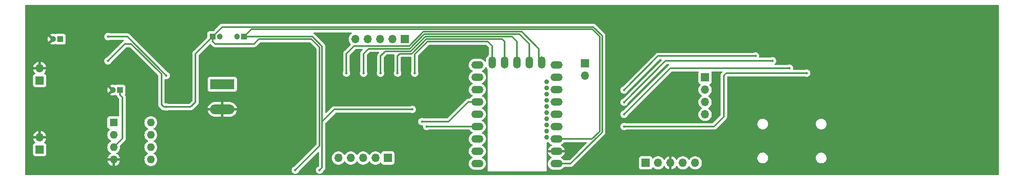
<source format=gbr>
%TF.GenerationSoftware,KiCad,Pcbnew,7.0.9*%
%TF.CreationDate,2023-12-16T00:38:21+01:00*%
%TF.ProjectId,gauge,67617567-652e-46b6-9963-61645f706362,rev?*%
%TF.SameCoordinates,Original*%
%TF.FileFunction,Copper,L2,Bot*%
%TF.FilePolarity,Positive*%
%FSLAX46Y46*%
G04 Gerber Fmt 4.6, Leading zero omitted, Abs format (unit mm)*
G04 Created by KiCad (PCBNEW 7.0.9) date 2023-12-16 00:38:21*
%MOMM*%
%LPD*%
G01*
G04 APERTURE LIST*
%TA.AperFunction,ComponentPad*%
%ADD10R,1.200000X1.200000*%
%TD*%
%TA.AperFunction,ComponentPad*%
%ADD11C,1.200000*%
%TD*%
%TA.AperFunction,ComponentPad*%
%ADD12R,1.700000X1.700000*%
%TD*%
%TA.AperFunction,ComponentPad*%
%ADD13O,1.700000X1.700000*%
%TD*%
%TA.AperFunction,ComponentPad*%
%ADD14O,2.500000X1.500000*%
%TD*%
%TA.AperFunction,ComponentPad*%
%ADD15O,1.500000X2.500000*%
%TD*%
%TA.AperFunction,ComponentPad*%
%ADD16C,1.000000*%
%TD*%
%TA.AperFunction,ComponentPad*%
%ADD17R,1.600000X1.600000*%
%TD*%
%TA.AperFunction,ComponentPad*%
%ADD18O,1.600000X1.600000*%
%TD*%
%TA.AperFunction,ComponentPad*%
%ADD19R,5.020000X2.020000*%
%TD*%
%TA.AperFunction,ComponentPad*%
%ADD20O,5.020000X2.020000*%
%TD*%
%TA.AperFunction,ViaPad*%
%ADD21C,0.500000*%
%TD*%
%TA.AperFunction,Conductor*%
%ADD22C,0.300000*%
%TD*%
G04 APERTURE END LIST*
D10*
%TO.P,C1,1*%
%TO.N,+5V*%
X68500000Y-91500000D03*
D11*
%TO.P,C1,2*%
%TO.N,GND*%
X70000000Y-91500000D03*
%TD*%
D12*
%TO.P,J4,1,Pin_1*%
%TO.N,Net-(J4-Pin_1)*%
X145000000Y-96960000D03*
D13*
%TO.P,J4,2,Pin_2*%
%TO.N,Net-(J4-Pin_2)*%
X145000000Y-99500000D03*
%TD*%
D10*
%TO.P,C3,1*%
%TO.N,Net-(JP5-B)*%
X37222600Y-92000000D03*
D11*
%TO.P,C3,2*%
%TO.N,GND*%
X35722600Y-92000000D03*
%TD*%
D12*
%TO.P,J8,1,Pin_1*%
%TO.N,Net-(J8-Pin_1)*%
X33000000Y-114775000D03*
D13*
%TO.P,J8,2,Pin_2*%
%TO.N,GND*%
X33000000Y-112235000D03*
%TD*%
D14*
%TO.P,U1,1,0*%
%TO.N,unconnected-(U1-0-Pad1)*%
X122880000Y-117660000D03*
%TO.P,U1,2,1*%
%TO.N,unconnected-(U1-1-Pad2)*%
X122880000Y-115120000D03*
%TO.P,U1,3,2*%
%TO.N,Net-(JP25-B)*%
X122880000Y-112580000D03*
%TO.P,U1,4,3*%
%TO.N,Net-(JP24-B)*%
X122880000Y-110040000D03*
%TO.P,U1,5,4*%
%TO.N,Net-(JP23-B)*%
X122880000Y-107500000D03*
%TO.P,U1,6,5*%
%TO.N,Net-(JP22-B)*%
X122880000Y-104960000D03*
%TO.P,U1,7,6*%
%TO.N,unconnected-(U1-6-Pad7)*%
X122880000Y-102420000D03*
%TO.P,U1,8,7*%
%TO.N,unconnected-(U1-7-Pad8)*%
X122880000Y-99880000D03*
%TO.P,U1,9,8*%
%TO.N,unconnected-(U1-8-Pad9)*%
X122880000Y-97340000D03*
D15*
%TO.P,U1,10,9*%
%TO.N,Net-(JP1-B)*%
X125920000Y-96840000D03*
%TO.P,U1,11,10*%
%TO.N,Net-(JP2-B)*%
X128460000Y-96840000D03*
%TO.P,U1,12,11*%
%TO.N,Net-(JP3-B)*%
X131000000Y-96840000D03*
%TO.P,U1,13,12*%
%TO.N,Net-(JP4-B)*%
X133540000Y-96840000D03*
%TO.P,U1,14,13*%
%TO.N,Net-(JP5-B)*%
X136080000Y-96840000D03*
D14*
%TO.P,U1,15,14*%
%TO.N,Net-(J4-Pin_1)*%
X139120000Y-97340000D03*
%TO.P,U1,16,15*%
%TO.N,Net-(J4-Pin_2)*%
X139120000Y-99880000D03*
%TO.P,U1,17,26*%
%TO.N,Net-(JP17-A)*%
X139120000Y-102420000D03*
%TO.P,U1,18,27*%
%TO.N,Net-(JP16-A)*%
X139120000Y-104960000D03*
%TO.P,U1,19,28*%
%TO.N,Net-(JP10-B)*%
X139120000Y-107500000D03*
%TO.P,U1,20,29*%
%TO.N,Net-(JP11-B)*%
X139120000Y-110040000D03*
%TO.P,U1,21,3V3*%
%TO.N,+3.3V*%
X139120000Y-112580000D03*
%TO.P,U1,22,GND*%
%TO.N,GND*%
X139120000Y-115120000D03*
%TO.P,U1,23,5V*%
%TO.N,+5V*%
X139120000Y-117660000D03*
D16*
%TO.P,U1,24,17*%
%TO.N,unconnected-(U1-17-Pad24)*%
X137096000Y-100826000D03*
%TO.P,U1,25,18*%
%TO.N,unconnected-(U1-18-Pad25)*%
X137096000Y-102096000D03*
%TO.P,U1,26,19*%
%TO.N,unconnected-(U1-19-Pad26)*%
X137096000Y-103366000D03*
%TO.P,U1,27,20*%
%TO.N,unconnected-(U1-20-Pad27)*%
X137096000Y-104636000D03*
%TO.P,U1,28,21*%
%TO.N,unconnected-(U1-21-Pad28)*%
X137096000Y-105906000D03*
%TO.P,U1,29,22*%
%TO.N,unconnected-(U1-22-Pad29)*%
X137096000Y-107176000D03*
%TO.P,U1,30,23*%
%TO.N,unconnected-(U1-23-Pad30)*%
X137096000Y-108446000D03*
%TO.P,U1,31,24*%
%TO.N,unconnected-(U1-24-Pad31)*%
X137096000Y-109716000D03*
%TO.P,U1,32,25*%
%TO.N,unconnected-(U1-25-Pad32)*%
X137096000Y-110986000D03*
%TO.P,U1,33,GND*%
%TO.N,GND*%
X137096000Y-112256000D03*
%TD*%
D12*
%TO.P,J10,1,Pin_1*%
%TO.N,Net-(J10-Pin_1)*%
X104500000Y-116500000D03*
D13*
%TO.P,J10,2,Pin_2*%
%TO.N,Net-(J10-Pin_2)*%
X101960000Y-116500000D03*
%TO.P,J10,3,Pin_3*%
%TO.N,Net-(J10-Pin_3)*%
X99420000Y-116500000D03*
%TO.P,J10,4,Pin_4*%
%TO.N,Net-(J10-Pin_4)*%
X96880000Y-116500000D03*
%TO.P,J10,5,Pin_5*%
%TO.N,Net-(J10-Pin_5)*%
X94340000Y-116500000D03*
%TD*%
D10*
%TO.P,C4,1*%
%TO.N,Net-(JP4-B)*%
X49500000Y-102500000D03*
D11*
%TO.P,C4,2*%
%TO.N,GND*%
X48000000Y-102500000D03*
%TD*%
D10*
%TO.P,C2,1*%
%TO.N,+3.3V*%
X75000000Y-91500000D03*
D11*
%TO.P,C2,2*%
%TO.N,GND*%
X73500000Y-91500000D03*
%TD*%
D12*
%TO.P,J2,1,Pin_1*%
%TO.N,+5V*%
X157460000Y-117500000D03*
D13*
%TO.P,J2,2,Pin_2*%
%TO.N,unconnected-(J2-Pin_2-Pad2)*%
X160000000Y-117500000D03*
%TO.P,J2,3,Pin_3*%
%TO.N,GND*%
X162540000Y-117500000D03*
%TO.P,J2,4,Pin_4*%
%TO.N,unconnected-(J2-Pin_4-Pad4)*%
X165080000Y-117500000D03*
%TO.P,J2,5,Pin_5*%
%TO.N,+3.3V*%
X167620000Y-117500000D03*
%TD*%
D17*
%TO.P,OA1,1,NC*%
%TO.N,unconnected-(OA1-NC-Pad1)*%
X48200000Y-109200000D03*
D18*
%TO.P,OA1,2,-*%
%TO.N,Net-(J8-Pin_1)*%
X48200000Y-111740000D03*
%TO.P,OA1,3,+*%
%TO.N,Net-(JP4-B)*%
X48200000Y-114280000D03*
%TO.P,OA1,4,V-*%
%TO.N,GND*%
X48200000Y-116820000D03*
%TO.P,OA1,5,NC*%
%TO.N,unconnected-(OA1-NC-Pad5)*%
X55820000Y-116820000D03*
%TO.P,OA1,6*%
%TO.N,Net-(J8-Pin_1)*%
X55820000Y-114280000D03*
%TO.P,OA1,7,V+*%
%TO.N,Net-(JP18-A)*%
X55820000Y-111740000D03*
%TO.P,OA1,8,NC*%
%TO.N,unconnected-(OA1-NC-Pad8)*%
X55820000Y-109200000D03*
%TD*%
D12*
%TO.P,J1,1,Pin_1*%
%TO.N,Net-(J1-Pin_1)*%
X108000000Y-92000000D03*
D13*
%TO.P,J1,2,Pin_2*%
%TO.N,Net-(J1-Pin_2)*%
X105460000Y-92000000D03*
%TO.P,J1,3,Pin_3*%
%TO.N,Net-(J1-Pin_3)*%
X102920000Y-92000000D03*
%TO.P,J1,4,Pin_4*%
%TO.N,Net-(J1-Pin_4)*%
X100380000Y-92000000D03*
%TO.P,J1,5,Pin_5*%
%TO.N,Net-(J1-Pin_5)*%
X97840000Y-92000000D03*
%TD*%
D19*
%TO.P,J6,1*%
%TO.N,Net-(JP6-A)*%
X70500000Y-101290000D03*
D20*
%TO.P,J6,2*%
%TO.N,GND*%
X70500000Y-106470000D03*
%TD*%
D12*
%TO.P,J9,1,Pin_1*%
%TO.N,Net-(J9-Pin_1)*%
X33000000Y-100540000D03*
D13*
%TO.P,J9,2,Pin_2*%
%TO.N,GND*%
X33000000Y-98000000D03*
%TD*%
D12*
%TO.P,J3,1,Pin_1*%
%TO.N,Net-(J3-Pin_1)*%
X169650000Y-99900000D03*
D13*
%TO.P,J3,2,Pin_2*%
%TO.N,Net-(J3-Pin_2)*%
X169650000Y-102440000D03*
%TO.P,J3,3,Pin_3*%
%TO.N,Net-(J3-Pin_3)*%
X169650000Y-104980000D03*
%TO.P,J3,4,Pin_4*%
%TO.N,Net-(J3-Pin_4)*%
X169650000Y-107520000D03*
%TD*%
D21*
%TO.N,+5V*%
X59000000Y-106000000D03*
X47000000Y-96500000D03*
X85500000Y-119000000D03*
%TO.N,GND*%
X85500000Y-102500000D03*
X117500000Y-112000000D03*
X84000000Y-99000000D03*
X85500000Y-110500000D03*
X114500000Y-112000000D03*
X81500000Y-110000000D03*
X79000000Y-100000000D03*
X82000000Y-104500000D03*
X86500000Y-105000000D03*
%TO.N,+3.3V*%
X109500000Y-106500000D03*
X90500000Y-119000000D03*
X59000000Y-99500000D03*
X47000000Y-91500000D03*
%TO.N,Net-(JP5-B)*%
X96000000Y-99000000D03*
%TO.N,Net-(JP4-B)*%
X99500000Y-99000000D03*
%TO.N,Net-(JP1-B)*%
X110000000Y-99000000D03*
%TO.N,Net-(JP2-B)*%
X106500000Y-99000000D03*
%TO.N,Net-(JP3-B)*%
X103000000Y-99000000D03*
%TO.N,Net-(JP17-A)*%
X180000000Y-95500000D03*
X153000000Y-102500000D03*
%TO.N,Net-(JP16-A)*%
X183500000Y-96500000D03*
X153000000Y-105000000D03*
%TO.N,Net-(JP10-B)*%
X187000000Y-98000000D03*
X153000000Y-107500000D03*
%TO.N,Net-(JP11-B)*%
X153000000Y-110000000D03*
X190500000Y-99000000D03*
%TO.N,Net-(JP22-B)*%
X111500000Y-109000000D03*
%TO.N,Net-(JP24-B)*%
X112500000Y-110000000D03*
%TD*%
D22*
%TO.N,+5V*%
X68500000Y-91500000D02*
X70500000Y-89500000D01*
X70500000Y-89500000D02*
X146707106Y-89500000D01*
X68500000Y-92500000D02*
X69000000Y-93000000D01*
X65000000Y-95000000D02*
X65000000Y-105000000D01*
X77000000Y-93000000D02*
X78000000Y-92000000D01*
X69000000Y-93000000D02*
X77000000Y-93000000D01*
X148500000Y-111207106D02*
X142047106Y-117660000D01*
X68500000Y-91500000D02*
X65000000Y-95000000D01*
X65000000Y-105000000D02*
X64000000Y-106000000D01*
X59000000Y-106000000D02*
X58500000Y-106000000D01*
X68500000Y-91500000D02*
X68500000Y-92500000D01*
X64000000Y-106000000D02*
X59000000Y-106000000D01*
X51792894Y-93000000D02*
X58000000Y-99207106D01*
X148500000Y-91292894D02*
X148500000Y-111207106D01*
X58000000Y-105500000D02*
X58500000Y-106000000D01*
X90500000Y-93707106D02*
X90500000Y-114000000D01*
X47000000Y-96500000D02*
X50500000Y-93000000D01*
X90500000Y-114000000D02*
X85500000Y-119000000D01*
X58000000Y-99207106D02*
X58000000Y-105500000D01*
X142047106Y-117660000D02*
X138620000Y-117660000D01*
X78000000Y-92000000D02*
X88792894Y-92000000D01*
X50500000Y-93000000D02*
X51792894Y-93000000D01*
X88792894Y-92000000D02*
X90500000Y-93707106D01*
X146707106Y-89500000D02*
X148500000Y-91292894D01*
%TO.N,+3.3V*%
X51000000Y-91500000D02*
X47000000Y-91500000D01*
X75000000Y-91500000D02*
X89000000Y-91500000D01*
X91000000Y-118500000D02*
X90500000Y-119000000D01*
X146500000Y-90000000D02*
X76500000Y-90000000D01*
X91000000Y-109000000D02*
X91000000Y-118500000D01*
X89000000Y-91500000D02*
X91000000Y-93500000D01*
X59000000Y-99500000D02*
X51000000Y-91500000D01*
X148000000Y-91500000D02*
X146500000Y-90000000D01*
X138620000Y-112580000D02*
X146420000Y-112580000D01*
X93500000Y-106500000D02*
X91000000Y-109000000D01*
X148000000Y-111000000D02*
X148000000Y-91500000D01*
X76500000Y-90000000D02*
X75000000Y-91500000D01*
X91000000Y-93500000D02*
X91000000Y-109000000D01*
X146420000Y-112580000D02*
X148000000Y-111000000D01*
X109500000Y-106500000D02*
X93500000Y-106500000D01*
%TO.N,Net-(JP5-B)*%
X96000000Y-95000000D02*
X96000000Y-99000000D01*
X136080000Y-97340000D02*
X136080000Y-96580000D01*
X135500000Y-96000000D02*
X135500000Y-94000000D01*
X135500000Y-94000000D02*
X132000000Y-90500000D01*
X111792894Y-90500000D02*
X108896447Y-93396447D01*
X97603553Y-93396447D02*
X96000000Y-95000000D01*
X136080000Y-96580000D02*
X135500000Y-96000000D01*
X108896447Y-93396447D02*
X97603553Y-93396447D01*
X132000000Y-90500000D02*
X111792894Y-90500000D01*
%TO.N,Net-(JP4-B)*%
X133540000Y-97340000D02*
X133540000Y-93040000D01*
X99500000Y-95000000D02*
X99500000Y-99000000D01*
X109000000Y-94000000D02*
X100500000Y-94000000D01*
X50000000Y-104000000D02*
X49500000Y-103500000D01*
X49500000Y-103500000D02*
X49500000Y-102500000D01*
X50000000Y-112480000D02*
X50000000Y-104000000D01*
X100500000Y-94000000D02*
X99500000Y-95000000D01*
X48200000Y-114280000D02*
X50000000Y-112480000D01*
X112000000Y-91000000D02*
X109000000Y-94000000D01*
X131500000Y-91000000D02*
X112000000Y-91000000D01*
X133540000Y-93040000D02*
X131500000Y-91000000D01*
%TO.N,Net-(JP1-B)*%
X112621318Y-92500000D02*
X125000000Y-92500000D01*
X125000000Y-92500000D02*
X125920000Y-93420000D01*
X110000000Y-95121318D02*
X112621318Y-92500000D01*
X110000000Y-99000000D02*
X110000000Y-95121318D01*
X125920000Y-93420000D02*
X125920000Y-97340000D01*
%TO.N,Net-(JP2-B)*%
X109414212Y-95000000D02*
X107000000Y-95000000D01*
X128000000Y-92000000D02*
X112414212Y-92000000D01*
X107000000Y-95000000D02*
X106500000Y-95500000D01*
X112414212Y-92000000D02*
X109414212Y-95000000D01*
X106500000Y-95500000D02*
X106500000Y-99000000D01*
X128460000Y-97340000D02*
X128460000Y-92460000D01*
X128460000Y-92460000D02*
X128000000Y-92000000D01*
%TO.N,Net-(JP3-B)*%
X131000000Y-92500000D02*
X131000000Y-97340000D01*
X130000000Y-91500000D02*
X131000000Y-92500000D01*
X112207106Y-91500000D02*
X130000000Y-91500000D01*
X103000000Y-95500000D02*
X104000000Y-94500000D01*
X109207106Y-94500000D02*
X112207106Y-91500000D01*
X103000000Y-99000000D02*
X103000000Y-95500000D01*
X104000000Y-94500000D02*
X109207106Y-94500000D01*
%TO.N,Net-(JP17-A)*%
X160000000Y-95500000D02*
X180000000Y-95500000D01*
X153000000Y-102500000D02*
X160000000Y-95500000D01*
%TO.N,Net-(JP16-A)*%
X161500000Y-96500000D02*
X183500000Y-96500000D01*
X153000000Y-105000000D02*
X161500000Y-96500000D01*
%TO.N,Net-(JP10-B)*%
X153000000Y-107500000D02*
X162500000Y-98000000D01*
X172000000Y-98000000D02*
X187000000Y-98000000D01*
X162500000Y-98000000D02*
X172000000Y-98000000D01*
%TO.N,Net-(JP11-B)*%
X174000000Y-99000000D02*
X190500000Y-99000000D01*
X153000000Y-110000000D02*
X171500000Y-110000000D01*
X173500000Y-108000000D02*
X173500000Y-99500000D01*
X173000000Y-108500000D02*
X173500000Y-108000000D01*
X171500000Y-110000000D02*
X173000000Y-108500000D01*
X173500000Y-99500000D02*
X174000000Y-99000000D01*
%TO.N,Net-(JP22-B)*%
X121040000Y-104960000D02*
X117000000Y-109000000D01*
X123380000Y-104960000D02*
X121040000Y-104960000D01*
X117000000Y-109000000D02*
X111500000Y-109000000D01*
%TO.N,Net-(JP24-B)*%
X123340000Y-110000000D02*
X123380000Y-110040000D01*
X112500000Y-110000000D02*
X123340000Y-110000000D01*
%TD*%
%TA.AperFunction,Conductor*%
%TO.N,GND*%
G36*
X145305024Y-113258185D02*
G01*
X145350779Y-113310989D01*
X145360723Y-113380147D01*
X145331698Y-113443703D01*
X145325666Y-113450180D01*
X143524190Y-115251656D01*
X141810665Y-116965181D01*
X141749342Y-116998666D01*
X141722984Y-117001500D01*
X140764261Y-117001500D01*
X140697222Y-116981815D01*
X140667314Y-116954813D01*
X140659606Y-116945148D01*
X140646143Y-116928265D01*
X140533314Y-116786781D01*
X140362724Y-116637742D01*
X140362722Y-116637740D01*
X140362718Y-116637737D01*
X140301837Y-116601362D01*
X140168256Y-116521550D01*
X140168251Y-116521547D01*
X140115224Y-116501646D01*
X140059376Y-116459660D01*
X140035093Y-116394146D01*
X140050085Y-116325903D01*
X140099591Y-116276599D01*
X140104994Y-116273832D01*
X140263716Y-116197396D01*
X140445741Y-116065148D01*
X140445749Y-116065142D01*
X140601237Y-115902513D01*
X140725191Y-115714733D01*
X140813624Y-115507830D01*
X140813627Y-115507821D01*
X140845084Y-115370000D01*
X139053686Y-115370000D01*
X139079493Y-115329844D01*
X139120000Y-115191889D01*
X139120000Y-115048111D01*
X139079493Y-114910156D01*
X139053686Y-114870000D01*
X140847550Y-114870000D01*
X140847550Y-114869999D01*
X140843584Y-114840721D01*
X140774054Y-114626731D01*
X140667434Y-114428598D01*
X140667432Y-114428595D01*
X140527145Y-114252679D01*
X140357707Y-114104647D01*
X140357699Y-114104640D01*
X140164553Y-113989240D01*
X140164548Y-113989238D01*
X140115639Y-113970882D01*
X140059791Y-113928897D01*
X140035508Y-113863383D01*
X140050499Y-113795140D01*
X140100005Y-113745836D01*
X140105409Y-113743069D01*
X140116006Y-113737966D01*
X140268093Y-113664725D01*
X140451363Y-113531571D01*
X140607912Y-113367834D01*
X140656525Y-113294186D01*
X140709883Y-113249084D01*
X140760011Y-113238500D01*
X145237985Y-113238500D01*
X145305024Y-113258185D01*
G37*
%TD.AperFunction*%
%TA.AperFunction,Conductor*%
G36*
X48299356Y-102473641D02*
G01*
X48299132Y-102476765D01*
X48298738Y-102472509D01*
X48299356Y-102473641D01*
G37*
%TD.AperFunction*%
%TA.AperFunction,Conductor*%
G36*
X36021956Y-91973641D02*
G01*
X36021732Y-91976765D01*
X36021338Y-91972509D01*
X36021956Y-91973641D01*
G37*
%TD.AperFunction*%
%TA.AperFunction,Conductor*%
G36*
X229942539Y-85019685D02*
G01*
X229988294Y-85072489D01*
X229999500Y-85124000D01*
X229999500Y-119875500D01*
X229979815Y-119942539D01*
X229927011Y-119988294D01*
X229875500Y-119999500D01*
X90611687Y-119999500D01*
X90544648Y-119979815D01*
X90498893Y-119927011D01*
X90498364Y-119923335D01*
X90472345Y-119966684D01*
X90409707Y-119997640D01*
X90388313Y-119999500D01*
X85611687Y-119999500D01*
X85544648Y-119979815D01*
X85498893Y-119927011D01*
X85498364Y-119923335D01*
X85472345Y-119966684D01*
X85409707Y-119997640D01*
X85388313Y-119999500D01*
X30124500Y-119999500D01*
X30057461Y-119979815D01*
X30011706Y-119927011D01*
X30000500Y-119875500D01*
X30000500Y-115673654D01*
X31641500Y-115673654D01*
X31648011Y-115734202D01*
X31648011Y-115734204D01*
X31680140Y-115820342D01*
X31699111Y-115871204D01*
X31786739Y-115988261D01*
X31903796Y-116075889D01*
X32040799Y-116126989D01*
X32068050Y-116129918D01*
X32101345Y-116133499D01*
X32101362Y-116133500D01*
X33898638Y-116133500D01*
X33898654Y-116133499D01*
X33925692Y-116130591D01*
X33959201Y-116126989D01*
X34096204Y-116075889D01*
X34213261Y-115988261D01*
X34300889Y-115871204D01*
X34351989Y-115734201D01*
X34355676Y-115699905D01*
X34358499Y-115673654D01*
X34358500Y-115673637D01*
X34358500Y-114280001D01*
X46886502Y-114280001D01*
X46906456Y-114508081D01*
X46906457Y-114508089D01*
X46965714Y-114729238D01*
X46965718Y-114729249D01*
X47062475Y-114936745D01*
X47062477Y-114936749D01*
X47193802Y-115124300D01*
X47355700Y-115286198D01*
X47543251Y-115417523D01*
X47589896Y-115439274D01*
X47596401Y-115442307D01*
X47648840Y-115488479D01*
X47667992Y-115555673D01*
X47647776Y-115622554D01*
X47596401Y-115667071D01*
X47547517Y-115689865D01*
X47361179Y-115820342D01*
X47200342Y-115981179D01*
X47069865Y-116167517D01*
X46973734Y-116373673D01*
X46973730Y-116373682D01*
X46921127Y-116569999D01*
X46921128Y-116570000D01*
X47884314Y-116570000D01*
X47872359Y-116581955D01*
X47814835Y-116694852D01*
X47795014Y-116820000D01*
X47814835Y-116945148D01*
X47872359Y-117058045D01*
X47884314Y-117070000D01*
X46921128Y-117070000D01*
X46973730Y-117266317D01*
X46973734Y-117266326D01*
X47069865Y-117472482D01*
X47200342Y-117658820D01*
X47361179Y-117819657D01*
X47547517Y-117950134D01*
X47753673Y-118046265D01*
X47753682Y-118046269D01*
X47949999Y-118098872D01*
X47950000Y-118098871D01*
X47950000Y-117135686D01*
X47961955Y-117147641D01*
X48074852Y-117205165D01*
X48168519Y-117220000D01*
X48231481Y-117220000D01*
X48325148Y-117205165D01*
X48438045Y-117147641D01*
X48450000Y-117135686D01*
X48450000Y-118098872D01*
X48646317Y-118046269D01*
X48646326Y-118046265D01*
X48852482Y-117950134D01*
X49038820Y-117819657D01*
X49199657Y-117658820D01*
X49330134Y-117472482D01*
X49426265Y-117266326D01*
X49426269Y-117266317D01*
X49478872Y-117070000D01*
X48515686Y-117070000D01*
X48527641Y-117058045D01*
X48585165Y-116945148D01*
X48604986Y-116820001D01*
X54506502Y-116820001D01*
X54526456Y-117048081D01*
X54526457Y-117048089D01*
X54585714Y-117269238D01*
X54585718Y-117269249D01*
X54680487Y-117472482D01*
X54682477Y-117476749D01*
X54813802Y-117664300D01*
X54975700Y-117826198D01*
X55163251Y-117957523D01*
X55254344Y-118000000D01*
X55370750Y-118054281D01*
X55370752Y-118054281D01*
X55370757Y-118054284D01*
X55591913Y-118113543D01*
X55754832Y-118127796D01*
X55819998Y-118133498D01*
X55820000Y-118133498D01*
X55820002Y-118133498D01*
X55877021Y-118128509D01*
X56048087Y-118113543D01*
X56269243Y-118054284D01*
X56476749Y-117957523D01*
X56664300Y-117826198D01*
X56826198Y-117664300D01*
X56957523Y-117476749D01*
X57054284Y-117269243D01*
X57113543Y-117048087D01*
X57133498Y-116820000D01*
X57113543Y-116591913D01*
X57054284Y-116370757D01*
X56957523Y-116163251D01*
X56826198Y-115975700D01*
X56664300Y-115813802D01*
X56476749Y-115682477D01*
X56457791Y-115673637D01*
X56433655Y-115662382D01*
X56381215Y-115616210D01*
X56362063Y-115549017D01*
X56382278Y-115482136D01*
X56433655Y-115437618D01*
X56436882Y-115436112D01*
X56476749Y-115417523D01*
X56664300Y-115286198D01*
X56826198Y-115124300D01*
X56957523Y-114936749D01*
X57054284Y-114729243D01*
X57113543Y-114508087D01*
X57133498Y-114280000D01*
X57113543Y-114051913D01*
X57054284Y-113830757D01*
X56957523Y-113623251D01*
X56826198Y-113435700D01*
X56664300Y-113273802D01*
X56476749Y-113142477D01*
X56433655Y-113122382D01*
X56381215Y-113076210D01*
X56362063Y-113009017D01*
X56382278Y-112942136D01*
X56433655Y-112897618D01*
X56436882Y-112896112D01*
X56476749Y-112877523D01*
X56664300Y-112746198D01*
X56826198Y-112584300D01*
X56957523Y-112396749D01*
X57054284Y-112189243D01*
X57113543Y-111968087D01*
X57130741Y-111771513D01*
X57133498Y-111740001D01*
X57133498Y-111739998D01*
X57119352Y-111578312D01*
X57113543Y-111511913D01*
X57054284Y-111290757D01*
X56957523Y-111083251D01*
X56826198Y-110895700D01*
X56664300Y-110733802D01*
X56476749Y-110602477D01*
X56472509Y-110600500D01*
X56433655Y-110582382D01*
X56381215Y-110536210D01*
X56362063Y-110469017D01*
X56382278Y-110402136D01*
X56433655Y-110357618D01*
X56447847Y-110351000D01*
X56476749Y-110337523D01*
X56664300Y-110206198D01*
X56826198Y-110044300D01*
X56957523Y-109856749D01*
X57054284Y-109649243D01*
X57113543Y-109428087D01*
X57133498Y-109200000D01*
X57113543Y-108971913D01*
X57054284Y-108750757D01*
X57030571Y-108699905D01*
X56976864Y-108584728D01*
X56957523Y-108543251D01*
X56826198Y-108355700D01*
X56664300Y-108193802D01*
X56476749Y-108062477D01*
X56476745Y-108062475D01*
X56269249Y-107965718D01*
X56269238Y-107965714D01*
X56048089Y-107906457D01*
X56048081Y-107906456D01*
X55820002Y-107886502D01*
X55819998Y-107886502D01*
X55591918Y-107906456D01*
X55591910Y-107906457D01*
X55370761Y-107965714D01*
X55370750Y-107965718D01*
X55163254Y-108062475D01*
X55163252Y-108062476D01*
X55111414Y-108098774D01*
X54975700Y-108193802D01*
X54975698Y-108193803D01*
X54975695Y-108193806D01*
X54813806Y-108355695D01*
X54813803Y-108355698D01*
X54813802Y-108355700D01*
X54741951Y-108458313D01*
X54682476Y-108543252D01*
X54682475Y-108543254D01*
X54585718Y-108750750D01*
X54585714Y-108750761D01*
X54526457Y-108971910D01*
X54526456Y-108971918D01*
X54506502Y-109199998D01*
X54506502Y-109200001D01*
X54526456Y-109428081D01*
X54526457Y-109428089D01*
X54585714Y-109649238D01*
X54585718Y-109649249D01*
X54660704Y-109810057D01*
X54682477Y-109856749D01*
X54813802Y-110044300D01*
X54975700Y-110206198D01*
X55154197Y-110331183D01*
X55163251Y-110337523D01*
X55206345Y-110357618D01*
X55258784Y-110403791D01*
X55277936Y-110470984D01*
X55257720Y-110537865D01*
X55206345Y-110582382D01*
X55163251Y-110602476D01*
X55061316Y-110673853D01*
X54975700Y-110733802D01*
X54975698Y-110733803D01*
X54975695Y-110733806D01*
X54813806Y-110895695D01*
X54813803Y-110895698D01*
X54813802Y-110895700D01*
X54731767Y-111012856D01*
X54682476Y-111083252D01*
X54682475Y-111083254D01*
X54585718Y-111290750D01*
X54585714Y-111290761D01*
X54526457Y-111511910D01*
X54526456Y-111511918D01*
X54506502Y-111739998D01*
X54506502Y-111740001D01*
X54526456Y-111968081D01*
X54526457Y-111968089D01*
X54585714Y-112189238D01*
X54585718Y-112189249D01*
X54675202Y-112381148D01*
X54682477Y-112396749D01*
X54813802Y-112584300D01*
X54975700Y-112746198D01*
X55139904Y-112861175D01*
X55163251Y-112877523D01*
X55206345Y-112897618D01*
X55258784Y-112943791D01*
X55277936Y-113010984D01*
X55257720Y-113077865D01*
X55206345Y-113122382D01*
X55163251Y-113142476D01*
X55049802Y-113221915D01*
X54975700Y-113273802D01*
X54975698Y-113273803D01*
X54975695Y-113273806D01*
X54813806Y-113435695D01*
X54813803Y-113435698D01*
X54813802Y-113435700D01*
X54731767Y-113552856D01*
X54682476Y-113623252D01*
X54682475Y-113623254D01*
X54585718Y-113830750D01*
X54585714Y-113830761D01*
X54526457Y-114051910D01*
X54526456Y-114051918D01*
X54506502Y-114279998D01*
X54506502Y-114280001D01*
X54526456Y-114508081D01*
X54526457Y-114508089D01*
X54585714Y-114729238D01*
X54585718Y-114729249D01*
X54682475Y-114936745D01*
X54682477Y-114936749D01*
X54813802Y-115124300D01*
X54975700Y-115286198D01*
X55143647Y-115403796D01*
X55163251Y-115417523D01*
X55206345Y-115437618D01*
X55258784Y-115483791D01*
X55277936Y-115550984D01*
X55257720Y-115617865D01*
X55206345Y-115662382D01*
X55163251Y-115682476D01*
X55089380Y-115734202D01*
X54975700Y-115813802D01*
X54975698Y-115813803D01*
X54975695Y-115813806D01*
X54813806Y-115975695D01*
X54813803Y-115975698D01*
X54813802Y-115975700D01*
X54743649Y-116075888D01*
X54682476Y-116163252D01*
X54682475Y-116163254D01*
X54585718Y-116370750D01*
X54585714Y-116370761D01*
X54526457Y-116591910D01*
X54526456Y-116591918D01*
X54506502Y-116819998D01*
X54506502Y-116820001D01*
X48604986Y-116820001D01*
X48604986Y-116820000D01*
X48585165Y-116694852D01*
X48527641Y-116581955D01*
X48515686Y-116570000D01*
X49478872Y-116570000D01*
X49478872Y-116569999D01*
X49426269Y-116373682D01*
X49426265Y-116373673D01*
X49330134Y-116167517D01*
X49199657Y-115981179D01*
X49038820Y-115820342D01*
X48852481Y-115689865D01*
X48852479Y-115689864D01*
X48803599Y-115667071D01*
X48751159Y-115620899D01*
X48732007Y-115553706D01*
X48752223Y-115486824D01*
X48803599Y-115442307D01*
X48810101Y-115439275D01*
X48856749Y-115417523D01*
X49044300Y-115286198D01*
X49206198Y-115124300D01*
X49337523Y-114936749D01*
X49434284Y-114729243D01*
X49493543Y-114508087D01*
X49513498Y-114280000D01*
X49493543Y-114051913D01*
X49483713Y-114015227D01*
X49485374Y-113945377D01*
X49515804Y-113895453D01*
X50404540Y-113006717D01*
X50417209Y-112996569D01*
X50417063Y-112996393D01*
X50423069Y-112991422D01*
X50423080Y-112991416D01*
X50472960Y-112938298D01*
X50494926Y-112916333D01*
X50499488Y-112910451D01*
X50503280Y-112906010D01*
X50536972Y-112870133D01*
X50547375Y-112851208D01*
X50558061Y-112834940D01*
X50571304Y-112817869D01*
X50590850Y-112772699D01*
X50593410Y-112767470D01*
X50617124Y-112724337D01*
X50622496Y-112703409D01*
X50628796Y-112685009D01*
X50637379Y-112665177D01*
X50645077Y-112616571D01*
X50646257Y-112610865D01*
X50658500Y-112563188D01*
X50658500Y-112541581D01*
X50660027Y-112522180D01*
X50663406Y-112500849D01*
X50658775Y-112451858D01*
X50658500Y-112446020D01*
X50658500Y-104086391D01*
X50660282Y-104070248D01*
X50660055Y-104070227D01*
X50660787Y-104062469D01*
X50660789Y-104062463D01*
X50658500Y-103989639D01*
X50658500Y-103958568D01*
X50657564Y-103951166D01*
X50657107Y-103945353D01*
X50656841Y-103936877D01*
X50655562Y-103896169D01*
X50649535Y-103875426D01*
X50645590Y-103856377D01*
X50642882Y-103834936D01*
X50624763Y-103789172D01*
X50622872Y-103783648D01*
X50614201Y-103753804D01*
X50609145Y-103736400D01*
X50598149Y-103717808D01*
X50589589Y-103700335D01*
X50581635Y-103680244D01*
X50580368Y-103678500D01*
X50552711Y-103640434D01*
X50549502Y-103635549D01*
X50530261Y-103603014D01*
X50524453Y-103593193D01*
X50524449Y-103593189D01*
X50524446Y-103593185D01*
X50509809Y-103578548D01*
X50476324Y-103517225D01*
X50481308Y-103447533D01*
X50498224Y-103416556D01*
X50550887Y-103346207D01*
X50550888Y-103346206D01*
X50601988Y-103209204D01*
X50601988Y-103209203D01*
X50601989Y-103209201D01*
X50606386Y-103168299D01*
X50608499Y-103148654D01*
X50608500Y-103148637D01*
X50608500Y-101851362D01*
X50608499Y-101851345D01*
X50605157Y-101820270D01*
X50601989Y-101790799D01*
X50550889Y-101653796D01*
X50463261Y-101536739D01*
X50346204Y-101449111D01*
X50318125Y-101438638D01*
X50209203Y-101398011D01*
X50148654Y-101391500D01*
X50148638Y-101391500D01*
X48851362Y-101391500D01*
X48851345Y-101391500D01*
X48790797Y-101398011D01*
X48790795Y-101398011D01*
X48653795Y-101449111D01*
X48599209Y-101489974D01*
X48533744Y-101514390D01*
X48480105Y-101506333D01*
X48302322Y-101437460D01*
X48101928Y-101400000D01*
X47898072Y-101400000D01*
X47697678Y-101437460D01*
X47507588Y-101511100D01*
X47507584Y-101511102D01*
X47419310Y-101565758D01*
X48000000Y-102146447D01*
X48053553Y-102200000D01*
X47972198Y-102200000D01*
X47889750Y-102215412D01*
X47794390Y-102274457D01*
X47726799Y-102363962D01*
X47696105Y-102471840D01*
X47706454Y-102583521D01*
X47756448Y-102683922D01*
X47839334Y-102759484D01*
X47943920Y-102800000D01*
X48027802Y-102800000D01*
X48059470Y-102794080D01*
X47419310Y-103434240D01*
X47419311Y-103434241D01*
X47507581Y-103488895D01*
X47507588Y-103488899D01*
X47697678Y-103562539D01*
X47898072Y-103600000D01*
X48101928Y-103600000D01*
X48302326Y-103562538D01*
X48480105Y-103493667D01*
X48549728Y-103487804D01*
X48599208Y-103510025D01*
X48653796Y-103550889D01*
X48787649Y-103600814D01*
X48843581Y-103642685D01*
X48859606Y-103671348D01*
X48863126Y-103680238D01*
X48875234Y-103710823D01*
X48877126Y-103716348D01*
X48890854Y-103763599D01*
X48894543Y-103769836D01*
X48898771Y-103776986D01*
X48901850Y-103782191D01*
X48910410Y-103799665D01*
X48918363Y-103819754D01*
X48932210Y-103838812D01*
X48944967Y-103856370D01*
X48947289Y-103859565D01*
X48950490Y-103864437D01*
X48975547Y-103906807D01*
X48975551Y-103906811D01*
X48990821Y-103922081D01*
X49003458Y-103936876D01*
X49016159Y-103954357D01*
X49054072Y-103985721D01*
X49058379Y-103989639D01*
X49211463Y-104142723D01*
X49305181Y-104236441D01*
X49338666Y-104297764D01*
X49341500Y-104324122D01*
X49341500Y-107806060D01*
X49321815Y-107873099D01*
X49269011Y-107918854D01*
X49199853Y-107928798D01*
X49174166Y-107922242D01*
X49109201Y-107898010D01*
X49048654Y-107891500D01*
X49048638Y-107891500D01*
X47351362Y-107891500D01*
X47351345Y-107891500D01*
X47290797Y-107898011D01*
X47290795Y-107898011D01*
X47153795Y-107949111D01*
X47036739Y-108036739D01*
X46949111Y-108153795D01*
X46898011Y-108290795D01*
X46898011Y-108290797D01*
X46891500Y-108351345D01*
X46891500Y-110048654D01*
X46898011Y-110109202D01*
X46898011Y-110109204D01*
X46940811Y-110223952D01*
X46949111Y-110246204D01*
X47036739Y-110363261D01*
X47153796Y-110450889D01*
X47242143Y-110483841D01*
X47290793Y-110501987D01*
X47290799Y-110501989D01*
X47305499Y-110503569D01*
X47370048Y-110530305D01*
X47409897Y-110587696D01*
X47412393Y-110657521D01*
X47376742Y-110717611D01*
X47363377Y-110728425D01*
X47363371Y-110728431D01*
X47355696Y-110733805D01*
X47193806Y-110895695D01*
X47193803Y-110895698D01*
X47193802Y-110895700D01*
X47111767Y-111012856D01*
X47062476Y-111083252D01*
X47062475Y-111083254D01*
X46965718Y-111290750D01*
X46965714Y-111290761D01*
X46906457Y-111511910D01*
X46906456Y-111511918D01*
X46886502Y-111739998D01*
X46886502Y-111740001D01*
X46906456Y-111968081D01*
X46906457Y-111968089D01*
X46965714Y-112189238D01*
X46965718Y-112189249D01*
X47055202Y-112381148D01*
X47062477Y-112396749D01*
X47193802Y-112584300D01*
X47355700Y-112746198D01*
X47519904Y-112861175D01*
X47543251Y-112877523D01*
X47586345Y-112897618D01*
X47638784Y-112943791D01*
X47657936Y-113010984D01*
X47637720Y-113077865D01*
X47586345Y-113122382D01*
X47543251Y-113142476D01*
X47429802Y-113221915D01*
X47355700Y-113273802D01*
X47355698Y-113273803D01*
X47355695Y-113273806D01*
X47193806Y-113435695D01*
X47193803Y-113435698D01*
X47193802Y-113435700D01*
X47111767Y-113552856D01*
X47062476Y-113623252D01*
X47062475Y-113623254D01*
X46965718Y-113830750D01*
X46965714Y-113830761D01*
X46906457Y-114051910D01*
X46906456Y-114051918D01*
X46886502Y-114279998D01*
X46886502Y-114280001D01*
X34358500Y-114280001D01*
X34358500Y-113876362D01*
X34358499Y-113876345D01*
X34354775Y-113841718D01*
X34351989Y-113815799D01*
X34345369Y-113798051D01*
X34324805Y-113742916D01*
X34300889Y-113678796D01*
X34213261Y-113561739D01*
X34096204Y-113474111D01*
X34096202Y-113474110D01*
X34096204Y-113474110D01*
X33966619Y-113425777D01*
X33910685Y-113383906D01*
X33886269Y-113318441D01*
X33901121Y-113250168D01*
X33922272Y-113221914D01*
X34038108Y-113106078D01*
X34173600Y-112912578D01*
X34273429Y-112698492D01*
X34273432Y-112698486D01*
X34330636Y-112485000D01*
X33433686Y-112485000D01*
X33459493Y-112444844D01*
X33500000Y-112306889D01*
X33500000Y-112163111D01*
X33459493Y-112025156D01*
X33433686Y-111985000D01*
X34330636Y-111985000D01*
X34330635Y-111984999D01*
X34273432Y-111771513D01*
X34273429Y-111771507D01*
X34173600Y-111557422D01*
X34173599Y-111557420D01*
X34038113Y-111363926D01*
X34038108Y-111363920D01*
X33871082Y-111196894D01*
X33677578Y-111061399D01*
X33463492Y-110961570D01*
X33463486Y-110961567D01*
X33250000Y-110904364D01*
X33250000Y-111799498D01*
X33142315Y-111750320D01*
X33035763Y-111735000D01*
X32964237Y-111735000D01*
X32857685Y-111750320D01*
X32750000Y-111799498D01*
X32750000Y-110904364D01*
X32749999Y-110904364D01*
X32536513Y-110961567D01*
X32536507Y-110961570D01*
X32322422Y-111061399D01*
X32322420Y-111061400D01*
X32128926Y-111196886D01*
X32128920Y-111196891D01*
X31961891Y-111363920D01*
X31961886Y-111363926D01*
X31826400Y-111557420D01*
X31826399Y-111557422D01*
X31726570Y-111771507D01*
X31726567Y-111771513D01*
X31669364Y-111984999D01*
X31669364Y-111985000D01*
X32566314Y-111985000D01*
X32540507Y-112025156D01*
X32500000Y-112163111D01*
X32500000Y-112306889D01*
X32540507Y-112444844D01*
X32566314Y-112485000D01*
X31669364Y-112485000D01*
X31726567Y-112698486D01*
X31726570Y-112698492D01*
X31826399Y-112912578D01*
X31961894Y-113106082D01*
X32077727Y-113221915D01*
X32111212Y-113283238D01*
X32106228Y-113352930D01*
X32064356Y-113408863D01*
X32033381Y-113425777D01*
X31903795Y-113474111D01*
X31786739Y-113561739D01*
X31699111Y-113678795D01*
X31648011Y-113815795D01*
X31648011Y-113815797D01*
X31641500Y-113876345D01*
X31641500Y-115673654D01*
X30000500Y-115673654D01*
X30000500Y-102500000D01*
X46895287Y-102500000D01*
X46914096Y-102702989D01*
X46914097Y-102702992D01*
X46969883Y-102899063D01*
X46969886Y-102899069D01*
X47060754Y-103081556D01*
X47060755Y-103081557D01*
X47062533Y-103083912D01*
X47646447Y-102500000D01*
X47646447Y-102499999D01*
X47062533Y-101916085D01*
X47060754Y-101918443D01*
X46969886Y-102100930D01*
X46969883Y-102100936D01*
X46914097Y-102297007D01*
X46914096Y-102297010D01*
X46895287Y-102499999D01*
X46895287Y-102500000D01*
X30000500Y-102500000D01*
X30000500Y-101438654D01*
X31641500Y-101438654D01*
X31648011Y-101499202D01*
X31648011Y-101499204D01*
X31686626Y-101602732D01*
X31699111Y-101636204D01*
X31786739Y-101753261D01*
X31903796Y-101840889D01*
X32040799Y-101891989D01*
X32068050Y-101894918D01*
X32101345Y-101898499D01*
X32101362Y-101898500D01*
X33898638Y-101898500D01*
X33898654Y-101898499D01*
X33925692Y-101895591D01*
X33959201Y-101891989D01*
X34096204Y-101840889D01*
X34213261Y-101753261D01*
X34300889Y-101636204D01*
X34351989Y-101499201D01*
X34356096Y-101461000D01*
X34358499Y-101438654D01*
X34358500Y-101438637D01*
X34358500Y-99641362D01*
X34358499Y-99641345D01*
X34353706Y-99596771D01*
X34351989Y-99580799D01*
X34300889Y-99443796D01*
X34213261Y-99326739D01*
X34096204Y-99239111D01*
X34096202Y-99239110D01*
X34096204Y-99239110D01*
X33966619Y-99190777D01*
X33910685Y-99148906D01*
X33886269Y-99083441D01*
X33901121Y-99015168D01*
X33922272Y-98986914D01*
X34038108Y-98871078D01*
X34173600Y-98677578D01*
X34273429Y-98463492D01*
X34273432Y-98463486D01*
X34330636Y-98250000D01*
X33433686Y-98250000D01*
X33459493Y-98209844D01*
X33500000Y-98071889D01*
X33500000Y-97928111D01*
X33459493Y-97790156D01*
X33433686Y-97750000D01*
X34330636Y-97750000D01*
X34330635Y-97749999D01*
X34273432Y-97536513D01*
X34273429Y-97536507D01*
X34173600Y-97322422D01*
X34173599Y-97322420D01*
X34038113Y-97128926D01*
X34038108Y-97128920D01*
X33871082Y-96961894D01*
X33677578Y-96826399D01*
X33463492Y-96726570D01*
X33463486Y-96726567D01*
X33250000Y-96669364D01*
X33250000Y-97564498D01*
X33142315Y-97515320D01*
X33035763Y-97500000D01*
X32964237Y-97500000D01*
X32857685Y-97515320D01*
X32750000Y-97564498D01*
X32750000Y-96669364D01*
X32749999Y-96669364D01*
X32536513Y-96726567D01*
X32536507Y-96726570D01*
X32322422Y-96826399D01*
X32322420Y-96826400D01*
X32128926Y-96961886D01*
X32128920Y-96961891D01*
X31961891Y-97128920D01*
X31961886Y-97128926D01*
X31826400Y-97322420D01*
X31826399Y-97322422D01*
X31726570Y-97536507D01*
X31726567Y-97536513D01*
X31669364Y-97749999D01*
X31669364Y-97750000D01*
X32566314Y-97750000D01*
X32540507Y-97790156D01*
X32500000Y-97928111D01*
X32500000Y-98071889D01*
X32540507Y-98209844D01*
X32566314Y-98250000D01*
X31669364Y-98250000D01*
X31726567Y-98463486D01*
X31726570Y-98463492D01*
X31826399Y-98677578D01*
X31961894Y-98871082D01*
X32077727Y-98986915D01*
X32111212Y-99048238D01*
X32106228Y-99117930D01*
X32064356Y-99173863D01*
X32033381Y-99190777D01*
X31903795Y-99239111D01*
X31786739Y-99326739D01*
X31699111Y-99443795D01*
X31648011Y-99580795D01*
X31648011Y-99580797D01*
X31641500Y-99641345D01*
X31641500Y-101438654D01*
X30000500Y-101438654D01*
X30000500Y-96500003D01*
X46236701Y-96500003D01*
X46255836Y-96669844D01*
X46255837Y-96669849D01*
X46312291Y-96831183D01*
X46394422Y-96961894D01*
X46403229Y-96975909D01*
X46524091Y-97096771D01*
X46668817Y-97187709D01*
X46792504Y-97230989D01*
X46830150Y-97244162D01*
X46830155Y-97244163D01*
X46999996Y-97263299D01*
X47000000Y-97263299D01*
X47000004Y-97263299D01*
X47169844Y-97244163D01*
X47169847Y-97244162D01*
X47169850Y-97244162D01*
X47331183Y-97187709D01*
X47475909Y-97096771D01*
X47596771Y-96975909D01*
X47687709Y-96831183D01*
X47725531Y-96723091D01*
X47754889Y-96676369D01*
X50736440Y-93694819D01*
X50797763Y-93661334D01*
X50824121Y-93658500D01*
X51468772Y-93658500D01*
X51535811Y-93678185D01*
X51556453Y-93694819D01*
X57305181Y-99443546D01*
X57338666Y-99504869D01*
X57341500Y-99531227D01*
X57341500Y-105413609D01*
X57339718Y-105429746D01*
X57339946Y-105429768D01*
X57339211Y-105437534D01*
X57341500Y-105510342D01*
X57341500Y-105541434D01*
X57342433Y-105548829D01*
X57342891Y-105554647D01*
X57344437Y-105603829D01*
X57344438Y-105603832D01*
X57350464Y-105624577D01*
X57354407Y-105643618D01*
X57357116Y-105665053D01*
X57357117Y-105665057D01*
X57357118Y-105665064D01*
X57368082Y-105692757D01*
X57375234Y-105710822D01*
X57377125Y-105716348D01*
X57390854Y-105763598D01*
X57401850Y-105782191D01*
X57410410Y-105799665D01*
X57418363Y-105819754D01*
X57428144Y-105833215D01*
X57445511Y-105857119D01*
X57447289Y-105859565D01*
X57450490Y-105864437D01*
X57475547Y-105906807D01*
X57475551Y-105906811D01*
X57490821Y-105922081D01*
X57503458Y-105936876D01*
X57516159Y-105954357D01*
X57554072Y-105985721D01*
X57558383Y-105989643D01*
X57772021Y-106203281D01*
X57973280Y-106404540D01*
X57983430Y-106417208D01*
X57983606Y-106417064D01*
X57988580Y-106423076D01*
X58041685Y-106472946D01*
X58063661Y-106494922D01*
X58069551Y-106499491D01*
X58073994Y-106503286D01*
X58109864Y-106536970D01*
X58109866Y-106536971D01*
X58109867Y-106536972D01*
X58128803Y-106547382D01*
X58145049Y-106558053D01*
X58162132Y-106571304D01*
X58162137Y-106571306D01*
X58207296Y-106590848D01*
X58212544Y-106593420D01*
X58241149Y-106609145D01*
X58255663Y-106617124D01*
X58271823Y-106621272D01*
X58276583Y-106622495D01*
X58294986Y-106628795D01*
X58314824Y-106637380D01*
X58349567Y-106642882D01*
X58363431Y-106645078D01*
X58369146Y-106646261D01*
X58416812Y-106658500D01*
X58438419Y-106658500D01*
X58457816Y-106660026D01*
X58479152Y-106663406D01*
X58528144Y-106658774D01*
X58533981Y-106658500D01*
X58586607Y-106658500D01*
X58652580Y-106677507D01*
X58668814Y-106687708D01*
X58830150Y-106744162D01*
X58830155Y-106744163D01*
X58999996Y-106763299D01*
X59000000Y-106763299D01*
X59000004Y-106763299D01*
X59169844Y-106744163D01*
X59169847Y-106744162D01*
X59169850Y-106744162D01*
X59238901Y-106720000D01*
X67509265Y-106720000D01*
X67515702Y-106773018D01*
X67583531Y-107007189D01*
X67583532Y-107007192D01*
X67688049Y-107227459D01*
X67826542Y-107428099D01*
X67826543Y-107428100D01*
X67995425Y-107603926D01*
X68190326Y-107750385D01*
X68190336Y-107750391D01*
X68406197Y-107863684D01*
X68637461Y-107940891D01*
X68637467Y-107940893D01*
X68878097Y-107980000D01*
X70250000Y-107980000D01*
X70250000Y-106980000D01*
X70750000Y-106980000D01*
X70750000Y-107980000D01*
X72060847Y-107980000D01*
X72243008Y-107965294D01*
X72479721Y-107906949D01*
X72704011Y-107811388D01*
X72910076Y-107681081D01*
X73092556Y-107519418D01*
X73246747Y-107330568D01*
X73246751Y-107330562D01*
X73368643Y-107119441D01*
X73368648Y-107119431D01*
X73455101Y-106891470D01*
X73490107Y-106720000D01*
X72445572Y-106720000D01*
X72468682Y-106684040D01*
X72510000Y-106543327D01*
X72510000Y-106396673D01*
X72468682Y-106255960D01*
X72445572Y-106220000D01*
X73490735Y-106220000D01*
X73484297Y-106166981D01*
X73416468Y-105932810D01*
X73416467Y-105932807D01*
X73311950Y-105712540D01*
X73173457Y-105511900D01*
X73173456Y-105511899D01*
X73004574Y-105336073D01*
X72809673Y-105189614D01*
X72809663Y-105189608D01*
X72593802Y-105076315D01*
X72362538Y-104999108D01*
X72362532Y-104999106D01*
X72121903Y-104960000D01*
X70750000Y-104960000D01*
X70750000Y-105960000D01*
X70250000Y-105960000D01*
X70250000Y-104960000D01*
X68939153Y-104960000D01*
X68756991Y-104974705D01*
X68520278Y-105033050D01*
X68295988Y-105128611D01*
X68089923Y-105258918D01*
X67907443Y-105420581D01*
X67753252Y-105609431D01*
X67753248Y-105609437D01*
X67631356Y-105820558D01*
X67631351Y-105820568D01*
X67544898Y-106048529D01*
X67509892Y-106219999D01*
X67509893Y-106220000D01*
X68554428Y-106220000D01*
X68531318Y-106255960D01*
X68490000Y-106396673D01*
X68490000Y-106543327D01*
X68531318Y-106684040D01*
X68554428Y-106720000D01*
X67509265Y-106720000D01*
X59238901Y-106720000D01*
X59331183Y-106687709D01*
X59331185Y-106687708D01*
X59347420Y-106677507D01*
X59413393Y-106658500D01*
X63913609Y-106658500D01*
X63929746Y-106660281D01*
X63929768Y-106660054D01*
X63937534Y-106660788D01*
X63937536Y-106660787D01*
X63937537Y-106660788D01*
X64010342Y-106658500D01*
X64041432Y-106658500D01*
X64048823Y-106657566D01*
X64054651Y-106657107D01*
X64103831Y-106655562D01*
X64124583Y-106649532D01*
X64143621Y-106645590D01*
X64165064Y-106642882D01*
X64210834Y-106624760D01*
X64216348Y-106622873D01*
X64242875Y-106615165D01*
X64263600Y-106609145D01*
X64282196Y-106598146D01*
X64299664Y-106589589D01*
X64319756Y-106581635D01*
X64359582Y-106552698D01*
X64364441Y-106549506D01*
X64406807Y-106524453D01*
X64422090Y-106509168D01*
X64436873Y-106496542D01*
X64454357Y-106483841D01*
X64485731Y-106445914D01*
X64489645Y-106441613D01*
X65404543Y-105526715D01*
X65417214Y-105516566D01*
X65417068Y-105516389D01*
X65423074Y-105511419D01*
X65423080Y-105511416D01*
X65472945Y-105458314D01*
X65494927Y-105436333D01*
X65499495Y-105430442D01*
X65503282Y-105426008D01*
X65536972Y-105390133D01*
X65547380Y-105371200D01*
X65558059Y-105354942D01*
X65571304Y-105337868D01*
X65590852Y-105292691D01*
X65593409Y-105287472D01*
X65617124Y-105244337D01*
X65622495Y-105223413D01*
X65628796Y-105205009D01*
X65637380Y-105185176D01*
X65644354Y-105141138D01*
X65645078Y-105136569D01*
X65646263Y-105130844D01*
X65646580Y-105129609D01*
X65658500Y-105083188D01*
X65658500Y-105061580D01*
X65660027Y-105042180D01*
X65663406Y-105020848D01*
X65658775Y-104971854D01*
X65658500Y-104966017D01*
X65658500Y-102348654D01*
X67481500Y-102348654D01*
X67488011Y-102409202D01*
X67488011Y-102409204D01*
X67532381Y-102528160D01*
X67539111Y-102546204D01*
X67626739Y-102663261D01*
X67743796Y-102750889D01*
X67880799Y-102801989D01*
X67908050Y-102804918D01*
X67941345Y-102808499D01*
X67941362Y-102808500D01*
X73058638Y-102808500D01*
X73058654Y-102808499D01*
X73085692Y-102805591D01*
X73119201Y-102801989D01*
X73256204Y-102750889D01*
X73373261Y-102663261D01*
X73460889Y-102546204D01*
X73509274Y-102416479D01*
X73511988Y-102409204D01*
X73511988Y-102409203D01*
X73511989Y-102409201D01*
X73516923Y-102363309D01*
X73518499Y-102348654D01*
X73518500Y-102348637D01*
X73518500Y-100231362D01*
X73518499Y-100231345D01*
X73513807Y-100187708D01*
X73511989Y-100170799D01*
X73509975Y-100165400D01*
X73472341Y-100064500D01*
X73460889Y-100033796D01*
X73373261Y-99916739D01*
X73256204Y-99829111D01*
X73242828Y-99824122D01*
X73119203Y-99778011D01*
X73058654Y-99771500D01*
X73058638Y-99771500D01*
X67941362Y-99771500D01*
X67941345Y-99771500D01*
X67880797Y-99778011D01*
X67880795Y-99778011D01*
X67743795Y-99829111D01*
X67626739Y-99916739D01*
X67539111Y-100033795D01*
X67488011Y-100170795D01*
X67488011Y-100170797D01*
X67481500Y-100231345D01*
X67481500Y-102348654D01*
X65658500Y-102348654D01*
X65658500Y-95324120D01*
X65678185Y-95257081D01*
X65694814Y-95236444D01*
X67912318Y-93018939D01*
X67973641Y-92985455D01*
X68043333Y-92990439D01*
X68087680Y-93018940D01*
X68473280Y-93404540D01*
X68483430Y-93417208D01*
X68483606Y-93417064D01*
X68488580Y-93423076D01*
X68541685Y-93472946D01*
X68563661Y-93494922D01*
X68569551Y-93499491D01*
X68573994Y-93503286D01*
X68609864Y-93536970D01*
X68609866Y-93536971D01*
X68609867Y-93536972D01*
X68628803Y-93547382D01*
X68645049Y-93558053D01*
X68662132Y-93571304D01*
X68686001Y-93581633D01*
X68707296Y-93590848D01*
X68712544Y-93593420D01*
X68741149Y-93609145D01*
X68755663Y-93617124D01*
X68771823Y-93621272D01*
X68776583Y-93622495D01*
X68794986Y-93628795D01*
X68814824Y-93637380D01*
X68849567Y-93642882D01*
X68863431Y-93645078D01*
X68869146Y-93646261D01*
X68916812Y-93658500D01*
X68938419Y-93658500D01*
X68957816Y-93660026D01*
X68979152Y-93663406D01*
X69028144Y-93658774D01*
X69033981Y-93658500D01*
X76913609Y-93658500D01*
X76929746Y-93660281D01*
X76929768Y-93660054D01*
X76937534Y-93660788D01*
X76937536Y-93660787D01*
X76937537Y-93660788D01*
X77010342Y-93658500D01*
X77041432Y-93658500D01*
X77048823Y-93657566D01*
X77054651Y-93657107D01*
X77103831Y-93655562D01*
X77124583Y-93649532D01*
X77143621Y-93645590D01*
X77165064Y-93642882D01*
X77210834Y-93624760D01*
X77216348Y-93622873D01*
X77242875Y-93615165D01*
X77263600Y-93609145D01*
X77282196Y-93598146D01*
X77299664Y-93589589D01*
X77319756Y-93581635D01*
X77359582Y-93552698D01*
X77364441Y-93549506D01*
X77406807Y-93524453D01*
X77422090Y-93509168D01*
X77436873Y-93496542D01*
X77454357Y-93483841D01*
X77485731Y-93445914D01*
X77489635Y-93441623D01*
X78236441Y-92694819D01*
X78297764Y-92661334D01*
X78324122Y-92658500D01*
X88468772Y-92658500D01*
X88535811Y-92678185D01*
X88556453Y-92694819D01*
X89805181Y-93943546D01*
X89838666Y-94004869D01*
X89841500Y-94031227D01*
X89841500Y-113675877D01*
X89821815Y-113742916D01*
X89805181Y-113763558D01*
X85323630Y-118245108D01*
X85276905Y-118274468D01*
X85168818Y-118312290D01*
X85024091Y-118403228D01*
X84903228Y-118524091D01*
X84812291Y-118668816D01*
X84755837Y-118830150D01*
X84755836Y-118830155D01*
X84736701Y-118999996D01*
X84736701Y-119000003D01*
X84755836Y-119169844D01*
X84755837Y-119169849D01*
X84784073Y-119250541D01*
X84812291Y-119331183D01*
X84903229Y-119475909D01*
X85024091Y-119596771D01*
X85168817Y-119687709D01*
X85330150Y-119744162D01*
X85330155Y-119744163D01*
X85402196Y-119752280D01*
X85466610Y-119779346D01*
X85501560Y-119830236D01*
X85517974Y-119794297D01*
X85576752Y-119756523D01*
X85597804Y-119752280D01*
X85669844Y-119744163D01*
X85669847Y-119744162D01*
X85669850Y-119744162D01*
X85831183Y-119687709D01*
X85975909Y-119596771D01*
X86096771Y-119475909D01*
X86187709Y-119331183D01*
X86225531Y-119223091D01*
X86254889Y-119176369D01*
X90129821Y-115301438D01*
X90191142Y-115267955D01*
X90260834Y-115272939D01*
X90316767Y-115314811D01*
X90341184Y-115380275D01*
X90341500Y-115389121D01*
X90341500Y-118163883D01*
X90321815Y-118230922D01*
X90269011Y-118276677D01*
X90258456Y-118280924D01*
X90168818Y-118312290D01*
X90024091Y-118403228D01*
X89903228Y-118524091D01*
X89812291Y-118668816D01*
X89755837Y-118830150D01*
X89755836Y-118830155D01*
X89736701Y-118999996D01*
X89736701Y-119000003D01*
X89755836Y-119169844D01*
X89755837Y-119169849D01*
X89784073Y-119250541D01*
X89812291Y-119331183D01*
X89903229Y-119475909D01*
X90024091Y-119596771D01*
X90168817Y-119687709D01*
X90330150Y-119744162D01*
X90330155Y-119744163D01*
X90402196Y-119752280D01*
X90466610Y-119779346D01*
X90501560Y-119830236D01*
X90517974Y-119794297D01*
X90576752Y-119756523D01*
X90597804Y-119752280D01*
X90669844Y-119744163D01*
X90669847Y-119744162D01*
X90669850Y-119744162D01*
X90831183Y-119687709D01*
X90975909Y-119596771D01*
X91096771Y-119475909D01*
X91187709Y-119331183D01*
X91225531Y-119223091D01*
X91254889Y-119176369D01*
X91404543Y-119026715D01*
X91417214Y-119016566D01*
X91417068Y-119016389D01*
X91423074Y-119011419D01*
X91423080Y-119011416D01*
X91472945Y-118958314D01*
X91494927Y-118936333D01*
X91499495Y-118930442D01*
X91503282Y-118926008D01*
X91536972Y-118890133D01*
X91547380Y-118871200D01*
X91558059Y-118854942D01*
X91571304Y-118837868D01*
X91590852Y-118792691D01*
X91593409Y-118787472D01*
X91617124Y-118744337D01*
X91622495Y-118723413D01*
X91628796Y-118705009D01*
X91637380Y-118685176D01*
X91644346Y-118641189D01*
X91645078Y-118636569D01*
X91646263Y-118630844D01*
X91658500Y-118583188D01*
X91658500Y-118561580D01*
X91660027Y-118542180D01*
X91660673Y-118538105D01*
X91663406Y-118520848D01*
X91658775Y-118471854D01*
X91658500Y-118466017D01*
X91658500Y-116500005D01*
X92976844Y-116500005D01*
X92995434Y-116724359D01*
X92995436Y-116724371D01*
X93050703Y-116942614D01*
X93141140Y-117148792D01*
X93264276Y-117337265D01*
X93264284Y-117337276D01*
X93414089Y-117500005D01*
X93416760Y-117502906D01*
X93594424Y-117641189D01*
X93594425Y-117641189D01*
X93594427Y-117641191D01*
X93721135Y-117709761D01*
X93792426Y-117748342D01*
X94005365Y-117821444D01*
X94227431Y-117858500D01*
X94452569Y-117858500D01*
X94674635Y-117821444D01*
X94887574Y-117748342D01*
X95085576Y-117641189D01*
X95263240Y-117502906D01*
X95415722Y-117337268D01*
X95506193Y-117198790D01*
X95559338Y-117153437D01*
X95628569Y-117144013D01*
X95691905Y-117173515D01*
X95713804Y-117198787D01*
X95804278Y-117337268D01*
X95804283Y-117337273D01*
X95804284Y-117337276D01*
X95954089Y-117500005D01*
X95956760Y-117502906D01*
X96134424Y-117641189D01*
X96134425Y-117641189D01*
X96134427Y-117641191D01*
X96261135Y-117709761D01*
X96332426Y-117748342D01*
X96545365Y-117821444D01*
X96767431Y-117858500D01*
X96992569Y-117858500D01*
X97214635Y-117821444D01*
X97427574Y-117748342D01*
X97625576Y-117641189D01*
X97803240Y-117502906D01*
X97955722Y-117337268D01*
X98046193Y-117198790D01*
X98099338Y-117153437D01*
X98168569Y-117144013D01*
X98231905Y-117173515D01*
X98253804Y-117198787D01*
X98344278Y-117337268D01*
X98344283Y-117337273D01*
X98344284Y-117337276D01*
X98494089Y-117500005D01*
X98496760Y-117502906D01*
X98674424Y-117641189D01*
X98674425Y-117641189D01*
X98674427Y-117641191D01*
X98801135Y-117709761D01*
X98872426Y-117748342D01*
X99085365Y-117821444D01*
X99307431Y-117858500D01*
X99532569Y-117858500D01*
X99754635Y-117821444D01*
X99967574Y-117748342D01*
X100165576Y-117641189D01*
X100343240Y-117502906D01*
X100495722Y-117337268D01*
X100586193Y-117198790D01*
X100639338Y-117153437D01*
X100708569Y-117144013D01*
X100771905Y-117173515D01*
X100793804Y-117198787D01*
X100884278Y-117337268D01*
X100884283Y-117337273D01*
X100884284Y-117337276D01*
X101034089Y-117500005D01*
X101036760Y-117502906D01*
X101214424Y-117641189D01*
X101214425Y-117641189D01*
X101214427Y-117641191D01*
X101341135Y-117709761D01*
X101412426Y-117748342D01*
X101625365Y-117821444D01*
X101847431Y-117858500D01*
X102072569Y-117858500D01*
X102294635Y-117821444D01*
X102507574Y-117748342D01*
X102705576Y-117641189D01*
X102883240Y-117502906D01*
X102946452Y-117434239D01*
X103006337Y-117398250D01*
X103076175Y-117400349D01*
X103133791Y-117439873D01*
X103153861Y-117474888D01*
X103185878Y-117560725D01*
X103199111Y-117596204D01*
X103286739Y-117713261D01*
X103403796Y-117800889D01*
X103540799Y-117851989D01*
X103568050Y-117854918D01*
X103601345Y-117858499D01*
X103601362Y-117858500D01*
X105398638Y-117858500D01*
X105398654Y-117858499D01*
X105425692Y-117855591D01*
X105459201Y-117851989D01*
X105596204Y-117800889D01*
X105713261Y-117713261D01*
X105800889Y-117596204D01*
X105851989Y-117459201D01*
X105855591Y-117425692D01*
X105858499Y-117398654D01*
X105858500Y-117398637D01*
X105858500Y-115601362D01*
X105858499Y-115601345D01*
X105853588Y-115555673D01*
X105851989Y-115540799D01*
X105842099Y-115514284D01*
X105814122Y-115439275D01*
X105800889Y-115403796D01*
X105713261Y-115286739D01*
X105596204Y-115199111D01*
X105459203Y-115148011D01*
X105398654Y-115141500D01*
X105398638Y-115141500D01*
X103601362Y-115141500D01*
X103601345Y-115141500D01*
X103540797Y-115148011D01*
X103540795Y-115148011D01*
X103403795Y-115199111D01*
X103286739Y-115286739D01*
X103199111Y-115403795D01*
X103153861Y-115525111D01*
X103111989Y-115581044D01*
X103046524Y-115605460D01*
X102978252Y-115590607D01*
X102946454Y-115565762D01*
X102883240Y-115497094D01*
X102705576Y-115358811D01*
X102705575Y-115358810D01*
X102705572Y-115358808D01*
X102507580Y-115251661D01*
X102507577Y-115251659D01*
X102507574Y-115251658D01*
X102507571Y-115251657D01*
X102507569Y-115251656D01*
X102294637Y-115178556D01*
X102072569Y-115141500D01*
X101847431Y-115141500D01*
X101625362Y-115178556D01*
X101412430Y-115251656D01*
X101412419Y-115251661D01*
X101214427Y-115358808D01*
X101214422Y-115358812D01*
X101036761Y-115497092D01*
X101036756Y-115497097D01*
X100884284Y-115662723D01*
X100884276Y-115662734D01*
X100793808Y-115801206D01*
X100740662Y-115846562D01*
X100671431Y-115855986D01*
X100608095Y-115826484D01*
X100586192Y-115801206D01*
X100508621Y-115682475D01*
X100495722Y-115662732D01*
X100495719Y-115662729D01*
X100495715Y-115662723D01*
X100343243Y-115497097D01*
X100343238Y-115497092D01*
X100204518Y-115389121D01*
X100165576Y-115358811D01*
X100165575Y-115358810D01*
X100165572Y-115358808D01*
X99967580Y-115251661D01*
X99967577Y-115251659D01*
X99967574Y-115251658D01*
X99967571Y-115251657D01*
X99967569Y-115251656D01*
X99754637Y-115178556D01*
X99532569Y-115141500D01*
X99307431Y-115141500D01*
X99085362Y-115178556D01*
X98872430Y-115251656D01*
X98872419Y-115251661D01*
X98674427Y-115358808D01*
X98674422Y-115358812D01*
X98496761Y-115497092D01*
X98496756Y-115497097D01*
X98344284Y-115662723D01*
X98344276Y-115662734D01*
X98253808Y-115801206D01*
X98200662Y-115846562D01*
X98131431Y-115855986D01*
X98068095Y-115826484D01*
X98046192Y-115801206D01*
X97968621Y-115682475D01*
X97955722Y-115662732D01*
X97955719Y-115662729D01*
X97955715Y-115662723D01*
X97803243Y-115497097D01*
X97803238Y-115497092D01*
X97664518Y-115389121D01*
X97625576Y-115358811D01*
X97625575Y-115358810D01*
X97625572Y-115358808D01*
X97427580Y-115251661D01*
X97427577Y-115251659D01*
X97427574Y-115251658D01*
X97427571Y-115251657D01*
X97427569Y-115251656D01*
X97214637Y-115178556D01*
X96992569Y-115141500D01*
X96767431Y-115141500D01*
X96545362Y-115178556D01*
X96332430Y-115251656D01*
X96332419Y-115251661D01*
X96134427Y-115358808D01*
X96134422Y-115358812D01*
X95956761Y-115497092D01*
X95956756Y-115497097D01*
X95804284Y-115662723D01*
X95804276Y-115662734D01*
X95713808Y-115801206D01*
X95660662Y-115846562D01*
X95591431Y-115855986D01*
X95528095Y-115826484D01*
X95506192Y-115801206D01*
X95428621Y-115682475D01*
X95415722Y-115662732D01*
X95415719Y-115662729D01*
X95415715Y-115662723D01*
X95263243Y-115497097D01*
X95263238Y-115497092D01*
X95124518Y-115389121D01*
X95085576Y-115358811D01*
X95085575Y-115358810D01*
X95085572Y-115358808D01*
X94887580Y-115251661D01*
X94887577Y-115251659D01*
X94887574Y-115251658D01*
X94887571Y-115251657D01*
X94887569Y-115251656D01*
X94674637Y-115178556D01*
X94452569Y-115141500D01*
X94227431Y-115141500D01*
X94005362Y-115178556D01*
X93792430Y-115251656D01*
X93792419Y-115251661D01*
X93594427Y-115358808D01*
X93594422Y-115358812D01*
X93416761Y-115497092D01*
X93416756Y-115497097D01*
X93264284Y-115662723D01*
X93264276Y-115662734D01*
X93141140Y-115851207D01*
X93050703Y-116057385D01*
X92995436Y-116275628D01*
X92995434Y-116275640D01*
X92976844Y-116499994D01*
X92976844Y-116500005D01*
X91658500Y-116500005D01*
X91658500Y-109324122D01*
X91678185Y-109257083D01*
X91694819Y-109236441D01*
X93736441Y-107194819D01*
X93797764Y-107161334D01*
X93824122Y-107158500D01*
X109086607Y-107158500D01*
X109152580Y-107177507D01*
X109168814Y-107187708D01*
X109330150Y-107244162D01*
X109330155Y-107244163D01*
X109499996Y-107263299D01*
X109500000Y-107263299D01*
X109500004Y-107263299D01*
X109669844Y-107244163D01*
X109669847Y-107244162D01*
X109669850Y-107244162D01*
X109831183Y-107187709D01*
X109975909Y-107096771D01*
X110096771Y-106975909D01*
X110187709Y-106831183D01*
X110244162Y-106669850D01*
X110245546Y-106657566D01*
X110263299Y-106500003D01*
X110263299Y-106499996D01*
X110244163Y-106330155D01*
X110244162Y-106330150D01*
X110227296Y-106281949D01*
X110187709Y-106168817D01*
X110096771Y-106024091D01*
X109975909Y-105903229D01*
X109975908Y-105903228D01*
X109831183Y-105812291D01*
X109669849Y-105755837D01*
X109669844Y-105755836D01*
X109500004Y-105736701D01*
X109499996Y-105736701D01*
X109330155Y-105755836D01*
X109330150Y-105755837D01*
X109168814Y-105812291D01*
X109152580Y-105822493D01*
X109086607Y-105841500D01*
X93586391Y-105841500D01*
X93570248Y-105839717D01*
X93570227Y-105839945D01*
X93562465Y-105839211D01*
X93562463Y-105839211D01*
X93489640Y-105841500D01*
X93458568Y-105841500D01*
X93458564Y-105841500D01*
X93458554Y-105841501D01*
X93451167Y-105842434D01*
X93445350Y-105842891D01*
X93396174Y-105844437D01*
X93396163Y-105844439D01*
X93375422Y-105850464D01*
X93356382Y-105854407D01*
X93334946Y-105857116D01*
X93334931Y-105857119D01*
X93289178Y-105875233D01*
X93283654Y-105877124D01*
X93236399Y-105890855D01*
X93217808Y-105901850D01*
X93200339Y-105910408D01*
X93180246Y-105918364D01*
X93180245Y-105918364D01*
X93180244Y-105918365D01*
X93165627Y-105928985D01*
X93140433Y-105947289D01*
X93135550Y-105950496D01*
X93093192Y-105975546D01*
X93077913Y-105990826D01*
X93063127Y-106003455D01*
X93045643Y-106016159D01*
X93045641Y-106016161D01*
X93045640Y-106016162D01*
X93014271Y-106054078D01*
X93010339Y-106058399D01*
X91870181Y-107198558D01*
X91808858Y-107232043D01*
X91739166Y-107227059D01*
X91683233Y-107185187D01*
X91658816Y-107119723D01*
X91658500Y-107110877D01*
X91658500Y-93586387D01*
X91660282Y-93570249D01*
X91660054Y-93570228D01*
X91660788Y-93562465D01*
X91660481Y-93552710D01*
X91658500Y-93489657D01*
X91658500Y-93458568D01*
X91657566Y-93451175D01*
X91657107Y-93445347D01*
X91657054Y-93443674D01*
X91655562Y-93396169D01*
X91649535Y-93375426D01*
X91645590Y-93356377D01*
X91642882Y-93334936D01*
X91624763Y-93289172D01*
X91622872Y-93283648D01*
X91614530Y-93254936D01*
X91609145Y-93236400D01*
X91598149Y-93217808D01*
X91589589Y-93200335D01*
X91587405Y-93194819D01*
X91581635Y-93180244D01*
X91565837Y-93158500D01*
X91552711Y-93140434D01*
X91549502Y-93135549D01*
X91533505Y-93108500D01*
X91524453Y-93093193D01*
X91524449Y-93093189D01*
X91524446Y-93093185D01*
X91509175Y-93077914D01*
X91496537Y-93063118D01*
X91496116Y-93062539D01*
X91483841Y-93045643D01*
X91483839Y-93045640D01*
X91445921Y-93014272D01*
X91441598Y-93010338D01*
X89526717Y-91095457D01*
X89516564Y-91082785D01*
X89516388Y-91082931D01*
X89511419Y-91076926D01*
X89511416Y-91076920D01*
X89472947Y-91040795D01*
X89458315Y-91027054D01*
X89436333Y-91005072D01*
X89430439Y-91000501D01*
X89426002Y-90996711D01*
X89390133Y-90963028D01*
X89390131Y-90963026D01*
X89371200Y-90952619D01*
X89354948Y-90941944D01*
X89337868Y-90928696D01*
X89337864Y-90928694D01*
X89292703Y-90909151D01*
X89287456Y-90906580D01*
X89259411Y-90891163D01*
X89210146Y-90841617D01*
X89195489Y-90773303D01*
X89220091Y-90707908D01*
X89276144Y-90666196D01*
X89319147Y-90658500D01*
X96990584Y-90658500D01*
X97057623Y-90678185D01*
X97103378Y-90730989D01*
X97113322Y-90800147D01*
X97084297Y-90863703D01*
X97066747Y-90880353D01*
X96916761Y-90997092D01*
X96916756Y-90997097D01*
X96764284Y-91162723D01*
X96764276Y-91162734D01*
X96641140Y-91351207D01*
X96550703Y-91557385D01*
X96495436Y-91775628D01*
X96495434Y-91775640D01*
X96476844Y-91999994D01*
X96476844Y-92000005D01*
X96495434Y-92224359D01*
X96495436Y-92224371D01*
X96550703Y-92442614D01*
X96641140Y-92648792D01*
X96764276Y-92837265D01*
X96764284Y-92837276D01*
X96907632Y-92992991D01*
X96938555Y-93055645D01*
X96930695Y-93125071D01*
X96904084Y-93164655D01*
X95595453Y-94473285D01*
X95582785Y-94483435D01*
X95582931Y-94483611D01*
X95576920Y-94488583D01*
X95527053Y-94541686D01*
X95505072Y-94563667D01*
X95500492Y-94569569D01*
X95496708Y-94573998D01*
X95463029Y-94609865D01*
X95463024Y-94609872D01*
X95452618Y-94628800D01*
X95441942Y-94645054D01*
X95428695Y-94662133D01*
X95409150Y-94707297D01*
X95406580Y-94712543D01*
X95382876Y-94755661D01*
X95377502Y-94776589D01*
X95371203Y-94794987D01*
X95362619Y-94814825D01*
X95354923Y-94863420D01*
X95353738Y-94869143D01*
X95341500Y-94916809D01*
X95341500Y-94938413D01*
X95339974Y-94957808D01*
X95336594Y-94979152D01*
X95337930Y-94993287D01*
X95341225Y-95028143D01*
X95341500Y-95033981D01*
X95341500Y-98586606D01*
X95322495Y-98652577D01*
X95312291Y-98668816D01*
X95255837Y-98830150D01*
X95255836Y-98830155D01*
X95236701Y-98999996D01*
X95236701Y-99000003D01*
X95255836Y-99169844D01*
X95255837Y-99169849D01*
X95312291Y-99331183D01*
X95379668Y-99438413D01*
X95403229Y-99475909D01*
X95524091Y-99596771D01*
X95668817Y-99687709D01*
X95773591Y-99724371D01*
X95830150Y-99744162D01*
X95830155Y-99744163D01*
X95999996Y-99763299D01*
X96000000Y-99763299D01*
X96000004Y-99763299D01*
X96169844Y-99744163D01*
X96169847Y-99744162D01*
X96169850Y-99744162D01*
X96331183Y-99687709D01*
X96475909Y-99596771D01*
X96596771Y-99475909D01*
X96687709Y-99331183D01*
X96744162Y-99169850D01*
X96744163Y-99169844D01*
X96763299Y-99000003D01*
X96763299Y-98999996D01*
X96744163Y-98830155D01*
X96744162Y-98830150D01*
X96737913Y-98812291D01*
X96687709Y-98668817D01*
X96677505Y-98652577D01*
X96658500Y-98586606D01*
X96658500Y-95324121D01*
X96678185Y-95257082D01*
X96694819Y-95236440D01*
X97839993Y-94091266D01*
X97901316Y-94057781D01*
X97927674Y-94054947D01*
X99214431Y-94054947D01*
X99281470Y-94074632D01*
X99327225Y-94127436D01*
X99337169Y-94196594D01*
X99308144Y-94260150D01*
X99302118Y-94266620D01*
X99104489Y-94464249D01*
X99095454Y-94473285D01*
X99082785Y-94483435D01*
X99082931Y-94483611D01*
X99076920Y-94488583D01*
X99027053Y-94541686D01*
X99005072Y-94563667D01*
X99000492Y-94569569D01*
X98996708Y-94573998D01*
X98963029Y-94609865D01*
X98963024Y-94609872D01*
X98952618Y-94628800D01*
X98941942Y-94645054D01*
X98928695Y-94662133D01*
X98909150Y-94707297D01*
X98906580Y-94712543D01*
X98882876Y-94755661D01*
X98877502Y-94776589D01*
X98871203Y-94794987D01*
X98862619Y-94814825D01*
X98854923Y-94863420D01*
X98853738Y-94869143D01*
X98841500Y-94916809D01*
X98841500Y-94938413D01*
X98839974Y-94957808D01*
X98836594Y-94979152D01*
X98837930Y-94993287D01*
X98841225Y-95028143D01*
X98841500Y-95033981D01*
X98841500Y-98586606D01*
X98822495Y-98652577D01*
X98812291Y-98668816D01*
X98755837Y-98830150D01*
X98755836Y-98830155D01*
X98736701Y-98999996D01*
X98736701Y-99000003D01*
X98755836Y-99169844D01*
X98755837Y-99169849D01*
X98812291Y-99331183D01*
X98879668Y-99438413D01*
X98903229Y-99475909D01*
X99024091Y-99596771D01*
X99168817Y-99687709D01*
X99273591Y-99724371D01*
X99330150Y-99744162D01*
X99330155Y-99744163D01*
X99499996Y-99763299D01*
X99500000Y-99763299D01*
X99500004Y-99763299D01*
X99669844Y-99744163D01*
X99669847Y-99744162D01*
X99669850Y-99744162D01*
X99831183Y-99687709D01*
X99975909Y-99596771D01*
X100096771Y-99475909D01*
X100187709Y-99331183D01*
X100244162Y-99169850D01*
X100244163Y-99169844D01*
X100263299Y-99000003D01*
X100263299Y-98999996D01*
X100244163Y-98830155D01*
X100244162Y-98830150D01*
X100237913Y-98812291D01*
X100187709Y-98668817D01*
X100177505Y-98652577D01*
X100158500Y-98586606D01*
X100158500Y-95324122D01*
X100178185Y-95257083D01*
X100194819Y-95236441D01*
X100736441Y-94694819D01*
X100797764Y-94661334D01*
X100824122Y-94658500D01*
X102610877Y-94658500D01*
X102677916Y-94678185D01*
X102723671Y-94730989D01*
X102733615Y-94800147D01*
X102704590Y-94863703D01*
X102698558Y-94870181D01*
X102595454Y-94973285D01*
X102582785Y-94983435D01*
X102582931Y-94983611D01*
X102576920Y-94988583D01*
X102527053Y-95041686D01*
X102505072Y-95063667D01*
X102500492Y-95069569D01*
X102496708Y-95073998D01*
X102463029Y-95109865D01*
X102463024Y-95109872D01*
X102452618Y-95128800D01*
X102441942Y-95145054D01*
X102428695Y-95162133D01*
X102409150Y-95207297D01*
X102406580Y-95212543D01*
X102382876Y-95255661D01*
X102377502Y-95276589D01*
X102371203Y-95294987D01*
X102362619Y-95314825D01*
X102354923Y-95363420D01*
X102353738Y-95369143D01*
X102341500Y-95416809D01*
X102341500Y-95438413D01*
X102339974Y-95457808D01*
X102336594Y-95479151D01*
X102341225Y-95528143D01*
X102341500Y-95533981D01*
X102341500Y-98586606D01*
X102322495Y-98652577D01*
X102312291Y-98668816D01*
X102255837Y-98830150D01*
X102255836Y-98830155D01*
X102236701Y-98999996D01*
X102236701Y-99000003D01*
X102255836Y-99169844D01*
X102255837Y-99169849D01*
X102312291Y-99331183D01*
X102379668Y-99438413D01*
X102403229Y-99475909D01*
X102524091Y-99596771D01*
X102668817Y-99687709D01*
X102773591Y-99724371D01*
X102830150Y-99744162D01*
X102830155Y-99744163D01*
X102999996Y-99763299D01*
X103000000Y-99763299D01*
X103000004Y-99763299D01*
X103169844Y-99744163D01*
X103169847Y-99744162D01*
X103169850Y-99744162D01*
X103331183Y-99687709D01*
X103475909Y-99596771D01*
X103596771Y-99475909D01*
X103687709Y-99331183D01*
X103744162Y-99169850D01*
X103744163Y-99169844D01*
X103763299Y-99000003D01*
X103763299Y-98999996D01*
X103744163Y-98830155D01*
X103744162Y-98830150D01*
X103737913Y-98812291D01*
X103687709Y-98668817D01*
X103677505Y-98652577D01*
X103658500Y-98586606D01*
X103658500Y-95824122D01*
X103678185Y-95757083D01*
X103694819Y-95736441D01*
X104236441Y-95194819D01*
X104297764Y-95161334D01*
X104324122Y-95158500D01*
X105742884Y-95158500D01*
X105809923Y-95178185D01*
X105855678Y-95230989D01*
X105865622Y-95300147D01*
X105863083Y-95311893D01*
X105854923Y-95363420D01*
X105853738Y-95369143D01*
X105841500Y-95416809D01*
X105841500Y-95438413D01*
X105839974Y-95457808D01*
X105836594Y-95479151D01*
X105841225Y-95528143D01*
X105841500Y-95533981D01*
X105841500Y-98586606D01*
X105822495Y-98652577D01*
X105812291Y-98668816D01*
X105755837Y-98830150D01*
X105755836Y-98830155D01*
X105736701Y-98999996D01*
X105736701Y-99000003D01*
X105755836Y-99169844D01*
X105755837Y-99169849D01*
X105812291Y-99331183D01*
X105879668Y-99438413D01*
X105903229Y-99475909D01*
X106024091Y-99596771D01*
X106168817Y-99687709D01*
X106273591Y-99724371D01*
X106330150Y-99744162D01*
X106330155Y-99744163D01*
X106499996Y-99763299D01*
X106500000Y-99763299D01*
X106500004Y-99763299D01*
X106669844Y-99744163D01*
X106669847Y-99744162D01*
X106669850Y-99744162D01*
X106831183Y-99687709D01*
X106975909Y-99596771D01*
X107096771Y-99475909D01*
X107187709Y-99331183D01*
X107244162Y-99169850D01*
X107244163Y-99169844D01*
X107263299Y-99000003D01*
X107263299Y-98999996D01*
X107244163Y-98830155D01*
X107244162Y-98830150D01*
X107237913Y-98812291D01*
X107187709Y-98668817D01*
X107177505Y-98652577D01*
X107158500Y-98586606D01*
X107158500Y-95824122D01*
X107178185Y-95757083D01*
X107194819Y-95736441D01*
X107236441Y-95694819D01*
X107297764Y-95661334D01*
X107324122Y-95658500D01*
X109217500Y-95658500D01*
X109284539Y-95678185D01*
X109330294Y-95730989D01*
X109341500Y-95782500D01*
X109341500Y-98586606D01*
X109322495Y-98652577D01*
X109312291Y-98668816D01*
X109255837Y-98830150D01*
X109255836Y-98830155D01*
X109236701Y-98999996D01*
X109236701Y-99000003D01*
X109255836Y-99169844D01*
X109255837Y-99169849D01*
X109312291Y-99331183D01*
X109379668Y-99438413D01*
X109403229Y-99475909D01*
X109524091Y-99596771D01*
X109668817Y-99687709D01*
X109773591Y-99724371D01*
X109830150Y-99744162D01*
X109830155Y-99744163D01*
X109999996Y-99763299D01*
X110000000Y-99763299D01*
X110000004Y-99763299D01*
X110169844Y-99744163D01*
X110169847Y-99744162D01*
X110169850Y-99744162D01*
X110331183Y-99687709D01*
X110475909Y-99596771D01*
X110596771Y-99475909D01*
X110687709Y-99331183D01*
X110744162Y-99169850D01*
X110744163Y-99169844D01*
X110763299Y-99000003D01*
X110763299Y-98999996D01*
X110744163Y-98830155D01*
X110744162Y-98830150D01*
X110737913Y-98812291D01*
X110687709Y-98668817D01*
X110677505Y-98652577D01*
X110658500Y-98586606D01*
X110658500Y-95445439D01*
X110678185Y-95378400D01*
X110694819Y-95357758D01*
X112857758Y-93194819D01*
X112919081Y-93161334D01*
X112945439Y-93158500D01*
X124675878Y-93158500D01*
X124742917Y-93178185D01*
X124763559Y-93194819D01*
X125225181Y-93656440D01*
X125258666Y-93717763D01*
X125261500Y-93744121D01*
X125261500Y-95195739D01*
X125241815Y-95262778D01*
X125214813Y-95292685D01*
X125205457Y-95300147D01*
X125046781Y-95426685D01*
X124897742Y-95597275D01*
X124897736Y-95597283D01*
X124781550Y-95791743D01*
X124781547Y-95791748D01*
X124781547Y-95791750D01*
X124770009Y-95822493D01*
X124701948Y-96003839D01*
X124701948Y-96003840D01*
X124661500Y-96226729D01*
X124661500Y-96574760D01*
X124641815Y-96641799D01*
X124589011Y-96687554D01*
X124519853Y-96697498D01*
X124456297Y-96668473D01*
X124438337Y-96648001D01*
X124438028Y-96648248D01*
X124293314Y-96466781D01*
X124122724Y-96317742D01*
X124122722Y-96317740D01*
X124122718Y-96317737D01*
X124065390Y-96283485D01*
X123928256Y-96201550D01*
X123928253Y-96201548D01*
X123928250Y-96201547D01*
X123809517Y-96156986D01*
X123716160Y-96121948D01*
X123493271Y-96081500D01*
X123493267Y-96081500D01*
X122323478Y-96081500D01*
X122284788Y-96084982D01*
X122154379Y-96096718D01*
X122154373Y-96096719D01*
X121936016Y-96156982D01*
X121936003Y-96156987D01*
X121731913Y-96255271D01*
X121731906Y-96255275D01*
X121548642Y-96388424D01*
X121548634Y-96388431D01*
X121392089Y-96552164D01*
X121267289Y-96741227D01*
X121178259Y-96949522D01*
X121178255Y-96949535D01*
X121127850Y-97170379D01*
X121127848Y-97170390D01*
X121117685Y-97396687D01*
X121117685Y-97396691D01*
X121133869Y-97516162D01*
X121148094Y-97621175D01*
X121148095Y-97621180D01*
X121218097Y-97836622D01*
X121267330Y-97928111D01*
X121325444Y-98036106D01*
X121341472Y-98056204D01*
X121466685Y-98213218D01*
X121633331Y-98358811D01*
X121637282Y-98362263D01*
X121786274Y-98451282D01*
X121806699Y-98463486D01*
X121831750Y-98478453D01*
X121873765Y-98494221D01*
X121929611Y-98536204D01*
X121953895Y-98601718D01*
X121938904Y-98669961D01*
X121889399Y-98719266D01*
X121883995Y-98722033D01*
X121731909Y-98795273D01*
X121731906Y-98795275D01*
X121548642Y-98928424D01*
X121548634Y-98928431D01*
X121392089Y-99092164D01*
X121267289Y-99281227D01*
X121178259Y-99489522D01*
X121178255Y-99489535D01*
X121127850Y-99710379D01*
X121127848Y-99710390D01*
X121119793Y-99889759D01*
X121117685Y-99936691D01*
X121122998Y-99975909D01*
X121148094Y-100161175D01*
X121148095Y-100161180D01*
X121218097Y-100376622D01*
X121251232Y-100438196D01*
X121286051Y-100502902D01*
X121325445Y-100576107D01*
X121466685Y-100753218D01*
X121587997Y-100859204D01*
X121637282Y-100902263D01*
X121831750Y-101018453D01*
X121873765Y-101034221D01*
X121929611Y-101076204D01*
X121953895Y-101141718D01*
X121938904Y-101209961D01*
X121889399Y-101259266D01*
X121883995Y-101262033D01*
X121731909Y-101335273D01*
X121731906Y-101335275D01*
X121548642Y-101468424D01*
X121548634Y-101468431D01*
X121392089Y-101632164D01*
X121267289Y-101821227D01*
X121178259Y-102029522D01*
X121178255Y-102029535D01*
X121127850Y-102250379D01*
X121127848Y-102250390D01*
X121117903Y-102471840D01*
X121117685Y-102476691D01*
X121145757Y-102683922D01*
X121148094Y-102701175D01*
X121148095Y-102701180D01*
X121218097Y-102916622D01*
X121250001Y-102975909D01*
X121315039Y-103096771D01*
X121325445Y-103116107D01*
X121466685Y-103293218D01*
X121607858Y-103416556D01*
X121637282Y-103442263D01*
X121831750Y-103558453D01*
X121873765Y-103574221D01*
X121929611Y-103616204D01*
X121953895Y-103681718D01*
X121938904Y-103749961D01*
X121889399Y-103799266D01*
X121883995Y-103802033D01*
X121731909Y-103875273D01*
X121731906Y-103875275D01*
X121548642Y-104008424D01*
X121548634Y-104008431D01*
X121392092Y-104172160D01*
X121392088Y-104172165D01*
X121392088Y-104172166D01*
X121343474Y-104245813D01*
X121290117Y-104290916D01*
X121239989Y-104301500D01*
X121126391Y-104301500D01*
X121110248Y-104299717D01*
X121110227Y-104299945D01*
X121102465Y-104299211D01*
X121102463Y-104299211D01*
X121029640Y-104301500D01*
X120998568Y-104301500D01*
X120998564Y-104301500D01*
X120998554Y-104301501D01*
X120991167Y-104302434D01*
X120985350Y-104302891D01*
X120936174Y-104304437D01*
X120936163Y-104304439D01*
X120915422Y-104310464D01*
X120896382Y-104314407D01*
X120874946Y-104317116D01*
X120874931Y-104317119D01*
X120829178Y-104335233D01*
X120823654Y-104337124D01*
X120776399Y-104350855D01*
X120757808Y-104361850D01*
X120740339Y-104370408D01*
X120720246Y-104378364D01*
X120720245Y-104378364D01*
X120720244Y-104378365D01*
X120695641Y-104396239D01*
X120680433Y-104407289D01*
X120675550Y-104410496D01*
X120633192Y-104435546D01*
X120617913Y-104450826D01*
X120603127Y-104463455D01*
X120585643Y-104476159D01*
X120585641Y-104476161D01*
X120585640Y-104476162D01*
X120554271Y-104514078D01*
X120550339Y-104518399D01*
X116763559Y-108305181D01*
X116702236Y-108338666D01*
X116675878Y-108341500D01*
X111913393Y-108341500D01*
X111847420Y-108322493D01*
X111831185Y-108312291D01*
X111669849Y-108255837D01*
X111669844Y-108255836D01*
X111500004Y-108236701D01*
X111499996Y-108236701D01*
X111330155Y-108255836D01*
X111330150Y-108255837D01*
X111168816Y-108312291D01*
X111024091Y-108403228D01*
X110903228Y-108524091D01*
X110812291Y-108668816D01*
X110755837Y-108830150D01*
X110755836Y-108830155D01*
X110736701Y-108999996D01*
X110736701Y-109000003D01*
X110755836Y-109169844D01*
X110755837Y-109169849D01*
X110803192Y-109305181D01*
X110812291Y-109331183D01*
X110903229Y-109475909D01*
X111024091Y-109596771D01*
X111168817Y-109687709D01*
X111330150Y-109744162D01*
X111330155Y-109744163D01*
X111499996Y-109763299D01*
X111500000Y-109763299D01*
X111500004Y-109763299D01*
X111612243Y-109750653D01*
X111681065Y-109762708D01*
X111732444Y-109810057D01*
X111750068Y-109877667D01*
X111749346Y-109887755D01*
X111736701Y-109999994D01*
X111736701Y-110000003D01*
X111755836Y-110169844D01*
X111755837Y-110169849D01*
X111812291Y-110331183D01*
X111887507Y-110450889D01*
X111903229Y-110475909D01*
X112024091Y-110596771D01*
X112168817Y-110687709D01*
X112326592Y-110742917D01*
X112330150Y-110744162D01*
X112330155Y-110744163D01*
X112499996Y-110763299D01*
X112500000Y-110763299D01*
X112500004Y-110763299D01*
X112669844Y-110744163D01*
X112669847Y-110744162D01*
X112669850Y-110744162D01*
X112831183Y-110687709D01*
X112831185Y-110687708D01*
X112847420Y-110677507D01*
X112913393Y-110658500D01*
X121209596Y-110658500D01*
X121276635Y-110678185D01*
X121318789Y-110723740D01*
X121324206Y-110733806D01*
X121325444Y-110736106D01*
X121347130Y-110763299D01*
X121466685Y-110913218D01*
X121636293Y-111061399D01*
X121637282Y-111062263D01*
X121831750Y-111178453D01*
X121873765Y-111194221D01*
X121929611Y-111236204D01*
X121953895Y-111301718D01*
X121938904Y-111369961D01*
X121889399Y-111419266D01*
X121883995Y-111422033D01*
X121731909Y-111495273D01*
X121731906Y-111495275D01*
X121548642Y-111628424D01*
X121548634Y-111628431D01*
X121392089Y-111792164D01*
X121267289Y-111981227D01*
X121178259Y-112189522D01*
X121178255Y-112189535D01*
X121127850Y-112410379D01*
X121127848Y-112410390D01*
X121117685Y-112636687D01*
X121117685Y-112636691D01*
X121142228Y-112817869D01*
X121148094Y-112861175D01*
X121148095Y-112861180D01*
X121218097Y-113076622D01*
X121242722Y-113122382D01*
X121325440Y-113276099D01*
X121325445Y-113276107D01*
X121466685Y-113453218D01*
X121590898Y-113561739D01*
X121637282Y-113602263D01*
X121831750Y-113718453D01*
X121873765Y-113734221D01*
X121929611Y-113776204D01*
X121953895Y-113841718D01*
X121938904Y-113909961D01*
X121889399Y-113959266D01*
X121883995Y-113962033D01*
X121731909Y-114035273D01*
X121731906Y-114035275D01*
X121548642Y-114168424D01*
X121548634Y-114168431D01*
X121392089Y-114332164D01*
X121267289Y-114521227D01*
X121178259Y-114729522D01*
X121178255Y-114729535D01*
X121127850Y-114950379D01*
X121127848Y-114950390D01*
X121118973Y-115148011D01*
X121117685Y-115176691D01*
X121143871Y-115370000D01*
X121148094Y-115401175D01*
X121148095Y-115401180D01*
X121218097Y-115616622D01*
X121257511Y-115689865D01*
X121324206Y-115813806D01*
X121325445Y-115816107D01*
X121466685Y-115993218D01*
X121619798Y-116126988D01*
X121637282Y-116142263D01*
X121831750Y-116258453D01*
X121873765Y-116274221D01*
X121929611Y-116316204D01*
X121953895Y-116381718D01*
X121938904Y-116449961D01*
X121889399Y-116499266D01*
X121883995Y-116502033D01*
X121731909Y-116575273D01*
X121731906Y-116575275D01*
X121548642Y-116708424D01*
X121548634Y-116708431D01*
X121392089Y-116872164D01*
X121267289Y-117061227D01*
X121178259Y-117269522D01*
X121178255Y-117269535D01*
X121127850Y-117490379D01*
X121127848Y-117490390D01*
X121117839Y-117713260D01*
X121117685Y-117716691D01*
X121132519Y-117826198D01*
X121148094Y-117941175D01*
X121148095Y-117941180D01*
X121218097Y-118156622D01*
X121258080Y-118230922D01*
X121315311Y-118337276D01*
X121325445Y-118356107D01*
X121466685Y-118533218D01*
X121621892Y-118668817D01*
X121637282Y-118682263D01*
X121831750Y-118798453D01*
X122002806Y-118862651D01*
X122043839Y-118878051D01*
X122266729Y-118918500D01*
X122266733Y-118918500D01*
X123436515Y-118918500D01*
X123436522Y-118918500D01*
X123605622Y-118903281D01*
X123605626Y-118903280D01*
X123823983Y-118843017D01*
X123823985Y-118843016D01*
X123823993Y-118843014D01*
X124028093Y-118744725D01*
X124211363Y-118611571D01*
X124367912Y-118447834D01*
X124492709Y-118258774D01*
X124500036Y-118241633D01*
X124581740Y-118050477D01*
X124581739Y-118050477D01*
X124581743Y-118050470D01*
X124632151Y-117829615D01*
X124642315Y-117603309D01*
X124611906Y-117378825D01*
X124541903Y-117163379D01*
X124434556Y-116963894D01*
X124386979Y-116904234D01*
X124293314Y-116786781D01*
X124122724Y-116637742D01*
X124122722Y-116637740D01*
X124122718Y-116637737D01*
X124061837Y-116601362D01*
X123928256Y-116521550D01*
X123928253Y-116521548D01*
X123928250Y-116521547D01*
X123886233Y-116505778D01*
X123830387Y-116463794D01*
X123806104Y-116398280D01*
X123821095Y-116330037D01*
X123870601Y-116280733D01*
X123875990Y-116277973D01*
X124028093Y-116204725D01*
X124211363Y-116071571D01*
X124367912Y-115907834D01*
X124492709Y-115718774D01*
X124505066Y-115689865D01*
X124581740Y-115510477D01*
X124581739Y-115510477D01*
X124581743Y-115510470D01*
X124632151Y-115289615D01*
X124642315Y-115063309D01*
X124611906Y-114838825D01*
X124541903Y-114623379D01*
X124434556Y-114423894D01*
X124365648Y-114337486D01*
X124293314Y-114246781D01*
X124122724Y-114097742D01*
X124122722Y-114097740D01*
X124122718Y-114097737D01*
X124074101Y-114068689D01*
X123928256Y-113981550D01*
X123928253Y-113981548D01*
X123928250Y-113981547D01*
X123886233Y-113965778D01*
X123830387Y-113923794D01*
X123806104Y-113858280D01*
X123821095Y-113790037D01*
X123870601Y-113740733D01*
X123875990Y-113737973D01*
X124028093Y-113664725D01*
X124211363Y-113531571D01*
X124367912Y-113367834D01*
X124492709Y-113178774D01*
X124562789Y-113014816D01*
X124581740Y-112970477D01*
X124581739Y-112970477D01*
X124581743Y-112970470D01*
X124632151Y-112749615D01*
X124642315Y-112523309D01*
X124611906Y-112298825D01*
X124541903Y-112083379D01*
X124434556Y-111883894D01*
X124375666Y-111810048D01*
X124293314Y-111706781D01*
X124122724Y-111557742D01*
X124122722Y-111557740D01*
X124122718Y-111557737D01*
X124074101Y-111528689D01*
X123928256Y-111441550D01*
X123928253Y-111441548D01*
X123928250Y-111441547D01*
X123886233Y-111425778D01*
X123830387Y-111383794D01*
X123806104Y-111318280D01*
X123821095Y-111250037D01*
X123870601Y-111200733D01*
X123875990Y-111197973D01*
X124028093Y-111124725D01*
X124211363Y-110991571D01*
X124367912Y-110827834D01*
X124492709Y-110638774D01*
X124499506Y-110622873D01*
X124581740Y-110430477D01*
X124581739Y-110430477D01*
X124581743Y-110430470D01*
X124632151Y-110209615D01*
X124642315Y-109983309D01*
X124611906Y-109758825D01*
X124541903Y-109543379D01*
X124434556Y-109343894D01*
X124364332Y-109255836D01*
X124293314Y-109166781D01*
X124122724Y-109017742D01*
X124122722Y-109017740D01*
X124122718Y-109017737D01*
X124074101Y-108988689D01*
X123928256Y-108901550D01*
X123928253Y-108901548D01*
X123928250Y-108901547D01*
X123886233Y-108885778D01*
X123830387Y-108843794D01*
X123806104Y-108778280D01*
X123821095Y-108710037D01*
X123870601Y-108660733D01*
X123875990Y-108657973D01*
X124028093Y-108584725D01*
X124211363Y-108451571D01*
X124367912Y-108287834D01*
X124492709Y-108098774D01*
X124549762Y-107965294D01*
X124581740Y-107890477D01*
X124581739Y-107890477D01*
X124581743Y-107890470D01*
X124632151Y-107669615D01*
X124642315Y-107443309D01*
X124611906Y-107218825D01*
X124541903Y-107003379D01*
X124434556Y-106803894D01*
X124367653Y-106720000D01*
X124293314Y-106626781D01*
X124122724Y-106477742D01*
X124122722Y-106477740D01*
X124122718Y-106477737D01*
X124027307Y-106420731D01*
X123928256Y-106361550D01*
X123928253Y-106361548D01*
X123928250Y-106361547D01*
X123886233Y-106345778D01*
X123830387Y-106303794D01*
X123806104Y-106238280D01*
X123821095Y-106170037D01*
X123870601Y-106120733D01*
X123875990Y-106117973D01*
X124028093Y-106044725D01*
X124211363Y-105911571D01*
X124367912Y-105747834D01*
X124492709Y-105558774D01*
X124500122Y-105541432D01*
X124581740Y-105350477D01*
X124581739Y-105350477D01*
X124581743Y-105350470D01*
X124632151Y-105129615D01*
X124642315Y-104903309D01*
X124611906Y-104678825D01*
X124541903Y-104463379D01*
X124538860Y-104457725D01*
X124526925Y-104435546D01*
X124434556Y-104263894D01*
X124386979Y-104204234D01*
X124293314Y-104086781D01*
X124122724Y-103937742D01*
X124122722Y-103937740D01*
X124122718Y-103937737D01*
X124018172Y-103875273D01*
X123928256Y-103821550D01*
X123928253Y-103821548D01*
X123928250Y-103821547D01*
X123886233Y-103805778D01*
X123830387Y-103763794D01*
X123806104Y-103698280D01*
X123821095Y-103630037D01*
X123870601Y-103580733D01*
X123875990Y-103577973D01*
X124028093Y-103504725D01*
X124211363Y-103371571D01*
X124367912Y-103207834D01*
X124492709Y-103018774D01*
X124581743Y-102810470D01*
X124632151Y-102589615D01*
X124642315Y-102363309D01*
X124611906Y-102138825D01*
X124541903Y-101923379D01*
X124434556Y-101723894D01*
X124364626Y-101636204D01*
X124293314Y-101546781D01*
X124122724Y-101397742D01*
X124122722Y-101397740D01*
X124122718Y-101397737D01*
X124074101Y-101368689D01*
X123928256Y-101281550D01*
X123928253Y-101281548D01*
X123928250Y-101281547D01*
X123886233Y-101265778D01*
X123830387Y-101223794D01*
X123806104Y-101158280D01*
X123821095Y-101090037D01*
X123870601Y-101040733D01*
X123875990Y-101037973D01*
X124028093Y-100964725D01*
X124211363Y-100831571D01*
X124367912Y-100667834D01*
X124492709Y-100478774D01*
X124581743Y-100270470D01*
X124632151Y-100049615D01*
X124642315Y-99823309D01*
X124611906Y-99598825D01*
X124541903Y-99383379D01*
X124434556Y-99183894D01*
X124381952Y-99117930D01*
X124293314Y-99006781D01*
X124122724Y-98857742D01*
X124122722Y-98857740D01*
X124122718Y-98857737D01*
X124069323Y-98825835D01*
X123928256Y-98741550D01*
X123928253Y-98741548D01*
X123928250Y-98741547D01*
X123886233Y-98725778D01*
X123830387Y-98683794D01*
X123806104Y-98618280D01*
X123821095Y-98550037D01*
X123870601Y-98500733D01*
X123875990Y-98497973D01*
X124028093Y-98424725D01*
X124211363Y-98291571D01*
X124367912Y-98127834D01*
X124492709Y-97938774D01*
X124514302Y-97888256D01*
X124535327Y-97839066D01*
X124579775Y-97785158D01*
X124646313Y-97763838D01*
X124713814Y-97781876D01*
X124760848Y-97833544D01*
X124761068Y-97834000D01*
X124835271Y-97988086D01*
X124835275Y-97988093D01*
X124968423Y-98171357D01*
X124968838Y-98171831D01*
X124968959Y-98172094D01*
X124971702Y-98175869D01*
X124970953Y-98176412D01*
X124998125Y-98235266D01*
X124999461Y-98253333D01*
X124999476Y-98274615D01*
X124999470Y-98274615D01*
X124999500Y-98274759D01*
X124999500Y-119225467D01*
X124999416Y-119225889D01*
X124999459Y-119250001D01*
X124999500Y-119250099D01*
X124999616Y-119250382D01*
X124999618Y-119250384D01*
X124999808Y-119250462D01*
X125000000Y-119250541D01*
X125000002Y-119250539D01*
X125024616Y-119250524D01*
X125024616Y-119250528D01*
X125024760Y-119250500D01*
X137071240Y-119250500D01*
X137071383Y-119250528D01*
X137071384Y-119250524D01*
X137095997Y-119250539D01*
X137096000Y-119250541D01*
X137096383Y-119250383D01*
X137096500Y-119250099D01*
X137096541Y-119250000D01*
X137096540Y-119249997D01*
X137096583Y-119225889D01*
X137096500Y-119225467D01*
X137096500Y-113373176D01*
X137116185Y-113306137D01*
X137168989Y-113260382D01*
X137208347Y-113249773D01*
X137292035Y-113241530D01*
X137413976Y-113204540D01*
X137483843Y-113203916D01*
X137542956Y-113241164D01*
X137559165Y-113264439D01*
X137565439Y-113276099D01*
X137565444Y-113276106D01*
X137706685Y-113453218D01*
X137830898Y-113561739D01*
X137877282Y-113602263D01*
X138071750Y-113718453D01*
X138124774Y-113738353D01*
X138180622Y-113780338D01*
X138204906Y-113845852D01*
X138189915Y-113914095D01*
X138140409Y-113963399D01*
X138135006Y-113966166D01*
X137976287Y-114042600D01*
X137976283Y-114042602D01*
X137794258Y-114174851D01*
X137794250Y-114174857D01*
X137638762Y-114337486D01*
X137514808Y-114525266D01*
X137426375Y-114732169D01*
X137426372Y-114732178D01*
X137394915Y-114869999D01*
X137394916Y-114870000D01*
X138186314Y-114870000D01*
X138160507Y-114910156D01*
X138120000Y-115048111D01*
X138120000Y-115191889D01*
X138160507Y-115329844D01*
X138186314Y-115370000D01*
X137392449Y-115370000D01*
X137396415Y-115399278D01*
X137465945Y-115613268D01*
X137572565Y-115811401D01*
X137572567Y-115811404D01*
X137712854Y-115987320D01*
X137882292Y-116135352D01*
X137882300Y-116135359D01*
X138075446Y-116250759D01*
X138075448Y-116250760D01*
X138124358Y-116269116D01*
X138180207Y-116311101D01*
X138204491Y-116376615D01*
X138189500Y-116444858D01*
X138139995Y-116494163D01*
X138134591Y-116496930D01*
X137971909Y-116575273D01*
X137971906Y-116575275D01*
X137788642Y-116708424D01*
X137788634Y-116708431D01*
X137632089Y-116872164D01*
X137507289Y-117061227D01*
X137418259Y-117269522D01*
X137418255Y-117269535D01*
X137367850Y-117490379D01*
X137367848Y-117490390D01*
X137357839Y-117713260D01*
X137357685Y-117716691D01*
X137372519Y-117826198D01*
X137388094Y-117941175D01*
X137388095Y-117941180D01*
X137458097Y-118156622D01*
X137498080Y-118230922D01*
X137555311Y-118337276D01*
X137565445Y-118356107D01*
X137706685Y-118533218D01*
X137861892Y-118668817D01*
X137877282Y-118682263D01*
X138071750Y-118798453D01*
X138242806Y-118862651D01*
X138283839Y-118878051D01*
X138506729Y-118918500D01*
X138506733Y-118918500D01*
X139676515Y-118918500D01*
X139676522Y-118918500D01*
X139845622Y-118903281D01*
X139845626Y-118903280D01*
X140063983Y-118843017D01*
X140063985Y-118843016D01*
X140063993Y-118843014D01*
X140268093Y-118744725D01*
X140451363Y-118611571D01*
X140607912Y-118447834D01*
X140640374Y-118398654D01*
X156101500Y-118398654D01*
X156108011Y-118459202D01*
X156108011Y-118459204D01*
X156142558Y-118551824D01*
X156159111Y-118596204D01*
X156246739Y-118713261D01*
X156363796Y-118800889D01*
X156500799Y-118851989D01*
X156528050Y-118854918D01*
X156561345Y-118858499D01*
X156561362Y-118858500D01*
X158358638Y-118858500D01*
X158358654Y-118858499D01*
X158385692Y-118855591D01*
X158419201Y-118851989D01*
X158556204Y-118800889D01*
X158673261Y-118713261D01*
X158760889Y-118596204D01*
X158806138Y-118474887D01*
X158848009Y-118418956D01*
X158913474Y-118394539D01*
X158981746Y-118409391D01*
X159013545Y-118434236D01*
X159076760Y-118502906D01*
X159254424Y-118641189D01*
X159254425Y-118641189D01*
X159254427Y-118641191D01*
X159305474Y-118668816D01*
X159452426Y-118748342D01*
X159665365Y-118821444D01*
X159887431Y-118858500D01*
X160112569Y-118858500D01*
X160334635Y-118821444D01*
X160547574Y-118748342D01*
X160745576Y-118641189D01*
X160923240Y-118502906D01*
X161023000Y-118394539D01*
X161075715Y-118337276D01*
X161075715Y-118337275D01*
X161075722Y-118337268D01*
X161169749Y-118193347D01*
X161222894Y-118147994D01*
X161292125Y-118138570D01*
X161355461Y-118168072D01*
X161375130Y-118190048D01*
X161501890Y-118371078D01*
X161668917Y-118538105D01*
X161862421Y-118673600D01*
X162076507Y-118773429D01*
X162076516Y-118773433D01*
X162290000Y-118830634D01*
X162290000Y-117935501D01*
X162397685Y-117984680D01*
X162504237Y-118000000D01*
X162575763Y-118000000D01*
X162682315Y-117984680D01*
X162790000Y-117935501D01*
X162790000Y-118830633D01*
X163003483Y-118773433D01*
X163003492Y-118773429D01*
X163217578Y-118673600D01*
X163411082Y-118538105D01*
X163578105Y-118371082D01*
X163704868Y-118190048D01*
X163759445Y-118146423D01*
X163828944Y-118139231D01*
X163891298Y-118170753D01*
X163910251Y-118193350D01*
X164004276Y-118337265D01*
X164004284Y-118337276D01*
X164156756Y-118502902D01*
X164156761Y-118502907D01*
X164183978Y-118524091D01*
X164334424Y-118641189D01*
X164334425Y-118641189D01*
X164334427Y-118641191D01*
X164385474Y-118668816D01*
X164532426Y-118748342D01*
X164745365Y-118821444D01*
X164967431Y-118858500D01*
X165192569Y-118858500D01*
X165414635Y-118821444D01*
X165627574Y-118748342D01*
X165825576Y-118641189D01*
X166003240Y-118502906D01*
X166103000Y-118394539D01*
X166155715Y-118337276D01*
X166155715Y-118337275D01*
X166155722Y-118337268D01*
X166246193Y-118198790D01*
X166299338Y-118153437D01*
X166368569Y-118144013D01*
X166431905Y-118173515D01*
X166453804Y-118198787D01*
X166544278Y-118337268D01*
X166544283Y-118337273D01*
X166544284Y-118337276D01*
X166696756Y-118502902D01*
X166696761Y-118502907D01*
X166723978Y-118524091D01*
X166874424Y-118641189D01*
X166874425Y-118641189D01*
X166874427Y-118641191D01*
X166925474Y-118668816D01*
X167072426Y-118748342D01*
X167285365Y-118821444D01*
X167507431Y-118858500D01*
X167732569Y-118858500D01*
X167954635Y-118821444D01*
X168167574Y-118748342D01*
X168365576Y-118641189D01*
X168543240Y-118502906D01*
X168643000Y-118394539D01*
X168695715Y-118337276D01*
X168695717Y-118337273D01*
X168695722Y-118337268D01*
X168818860Y-118148791D01*
X168909296Y-117942616D01*
X168964564Y-117724368D01*
X168965200Y-117716691D01*
X168983156Y-117500005D01*
X168983156Y-117499994D01*
X168964565Y-117275640D01*
X168964563Y-117275628D01*
X168930535Y-117141256D01*
X168909296Y-117057384D01*
X168818860Y-116851209D01*
X168802706Y-116826484D01*
X168735985Y-116724359D01*
X168695722Y-116662732D01*
X168695719Y-116662729D01*
X168695715Y-116662723D01*
X168543243Y-116497097D01*
X168543238Y-116497092D01*
X168479395Y-116447401D01*
X180395746Y-116447401D01*
X180405745Y-116657327D01*
X180455296Y-116861578D01*
X180455298Y-116861582D01*
X180542598Y-117052743D01*
X180542601Y-117052748D01*
X180542602Y-117052750D01*
X180542604Y-117052753D01*
X180651136Y-117205165D01*
X180664515Y-117223953D01*
X180664520Y-117223959D01*
X180816620Y-117368985D01*
X180911578Y-117430011D01*
X180993428Y-117482613D01*
X181188543Y-117560725D01*
X181291729Y-117580612D01*
X181394914Y-117600500D01*
X181394915Y-117600500D01*
X181552419Y-117600500D01*
X181552425Y-117600500D01*
X181709218Y-117585528D01*
X181910875Y-117526316D01*
X182097682Y-117430011D01*
X182262886Y-117300092D01*
X182400519Y-117141256D01*
X182446725Y-117061226D01*
X182482073Y-117000000D01*
X182505604Y-116959244D01*
X182574344Y-116760633D01*
X182604254Y-116552602D01*
X182599243Y-116447401D01*
X192395746Y-116447401D01*
X192405745Y-116657327D01*
X192455296Y-116861578D01*
X192455298Y-116861582D01*
X192542598Y-117052743D01*
X192542601Y-117052748D01*
X192542602Y-117052750D01*
X192542604Y-117052753D01*
X192651136Y-117205165D01*
X192664515Y-117223953D01*
X192664520Y-117223959D01*
X192816620Y-117368985D01*
X192911578Y-117430011D01*
X192993428Y-117482613D01*
X193188543Y-117560725D01*
X193291729Y-117580612D01*
X193394914Y-117600500D01*
X193394915Y-117600500D01*
X193552419Y-117600500D01*
X193552425Y-117600500D01*
X193709218Y-117585528D01*
X193910875Y-117526316D01*
X194097682Y-117430011D01*
X194262886Y-117300092D01*
X194400519Y-117141256D01*
X194446725Y-117061226D01*
X194482073Y-117000000D01*
X194505604Y-116959244D01*
X194574344Y-116760633D01*
X194604254Y-116552602D01*
X194594254Y-116342670D01*
X194544704Y-116138424D01*
X194539482Y-116126989D01*
X194457401Y-115947256D01*
X194457398Y-115947251D01*
X194457397Y-115947250D01*
X194457396Y-115947247D01*
X194335486Y-115776048D01*
X194335484Y-115776046D01*
X194335479Y-115776040D01*
X194183379Y-115631014D01*
X194006574Y-115517388D01*
X193989311Y-115510477D01*
X193897404Y-115473683D01*
X193811455Y-115439274D01*
X193605086Y-115399500D01*
X193605085Y-115399500D01*
X193447575Y-115399500D01*
X193290782Y-115414472D01*
X193290778Y-115414473D01*
X193089127Y-115473683D01*
X192902313Y-115569991D01*
X192737116Y-115699905D01*
X192737112Y-115699909D01*
X192599478Y-115858746D01*
X192494398Y-116040750D01*
X192425656Y-116239365D01*
X192425656Y-116239367D01*
X192396112Y-116444858D01*
X192395746Y-116447401D01*
X182599243Y-116447401D01*
X182594254Y-116342670D01*
X182544704Y-116138424D01*
X182539482Y-116126989D01*
X182457401Y-115947256D01*
X182457398Y-115947251D01*
X182457397Y-115947250D01*
X182457396Y-115947247D01*
X182335486Y-115776048D01*
X182335484Y-115776046D01*
X182335479Y-115776040D01*
X182183379Y-115631014D01*
X182006574Y-115517388D01*
X181989311Y-115510477D01*
X181897404Y-115473683D01*
X181811455Y-115439274D01*
X181605086Y-115399500D01*
X181605085Y-115399500D01*
X181447575Y-115399500D01*
X181290782Y-115414472D01*
X181290778Y-115414473D01*
X181089127Y-115473683D01*
X180902313Y-115569991D01*
X180737116Y-115699905D01*
X180737112Y-115699909D01*
X180599478Y-115858746D01*
X180494398Y-116040750D01*
X180425656Y-116239365D01*
X180425656Y-116239367D01*
X180396112Y-116444858D01*
X180395746Y-116447401D01*
X168479395Y-116447401D01*
X168410974Y-116394146D01*
X168365576Y-116358811D01*
X168365575Y-116358810D01*
X168365572Y-116358808D01*
X168167580Y-116251661D01*
X168167577Y-116251659D01*
X168167574Y-116251658D01*
X168167571Y-116251657D01*
X168167569Y-116251656D01*
X167954637Y-116178556D01*
X167732569Y-116141500D01*
X167507431Y-116141500D01*
X167285362Y-116178556D01*
X167072430Y-116251656D01*
X167072419Y-116251661D01*
X166874427Y-116358808D01*
X166874422Y-116358812D01*
X166696761Y-116497092D01*
X166696756Y-116497097D01*
X166544284Y-116662723D01*
X166544276Y-116662734D01*
X166453808Y-116801206D01*
X166400662Y-116846562D01*
X166331431Y-116855986D01*
X166268095Y-116826484D01*
X166246192Y-116801206D01*
X166155723Y-116662734D01*
X166155715Y-116662723D01*
X166003243Y-116497097D01*
X166003238Y-116497092D01*
X165870974Y-116394146D01*
X165825576Y-116358811D01*
X165825575Y-116358810D01*
X165825572Y-116358808D01*
X165627580Y-116251661D01*
X165627577Y-116251659D01*
X165627574Y-116251658D01*
X165627571Y-116251657D01*
X165627569Y-116251656D01*
X165414637Y-116178556D01*
X165192569Y-116141500D01*
X164967431Y-116141500D01*
X164745362Y-116178556D01*
X164532430Y-116251656D01*
X164532419Y-116251661D01*
X164334427Y-116358808D01*
X164334422Y-116358812D01*
X164156761Y-116497092D01*
X164156756Y-116497097D01*
X164004284Y-116662723D01*
X164004276Y-116662734D01*
X163910251Y-116806650D01*
X163857105Y-116852007D01*
X163787873Y-116861430D01*
X163724538Y-116831928D01*
X163704868Y-116809951D01*
X163578113Y-116628926D01*
X163578108Y-116628920D01*
X163411082Y-116461894D01*
X163217578Y-116326399D01*
X163003492Y-116226570D01*
X163003486Y-116226567D01*
X162790000Y-116169364D01*
X162790000Y-117064498D01*
X162682315Y-117015320D01*
X162575763Y-117000000D01*
X162504237Y-117000000D01*
X162397685Y-117015320D01*
X162290000Y-117064498D01*
X162290000Y-116169364D01*
X162289999Y-116169364D01*
X162076513Y-116226567D01*
X162076507Y-116226570D01*
X161862422Y-116326399D01*
X161862420Y-116326400D01*
X161668926Y-116461886D01*
X161668920Y-116461891D01*
X161501891Y-116628920D01*
X161501890Y-116628922D01*
X161375131Y-116809952D01*
X161320554Y-116853577D01*
X161251055Y-116860769D01*
X161188701Y-116829247D01*
X161169752Y-116806656D01*
X161075722Y-116662732D01*
X161075715Y-116662725D01*
X161075715Y-116662723D01*
X160923243Y-116497097D01*
X160923238Y-116497092D01*
X160790974Y-116394146D01*
X160745576Y-116358811D01*
X160745575Y-116358810D01*
X160745572Y-116358808D01*
X160547580Y-116251661D01*
X160547577Y-116251659D01*
X160547574Y-116251658D01*
X160547571Y-116251657D01*
X160547569Y-116251656D01*
X160334637Y-116178556D01*
X160112569Y-116141500D01*
X159887431Y-116141500D01*
X159665362Y-116178556D01*
X159452430Y-116251656D01*
X159452419Y-116251661D01*
X159254427Y-116358808D01*
X159254422Y-116358812D01*
X159076761Y-116497092D01*
X159013548Y-116565760D01*
X158953661Y-116601750D01*
X158883823Y-116599649D01*
X158826207Y-116560124D01*
X158806138Y-116525110D01*
X158760889Y-116403796D01*
X158753665Y-116394146D01*
X158673261Y-116286739D01*
X158556204Y-116199111D01*
X158551606Y-116197396D01*
X158419203Y-116148011D01*
X158358654Y-116141500D01*
X158358638Y-116141500D01*
X156561362Y-116141500D01*
X156561345Y-116141500D01*
X156500797Y-116148011D01*
X156500795Y-116148011D01*
X156363795Y-116199111D01*
X156246739Y-116286739D01*
X156159111Y-116403795D01*
X156108011Y-116540795D01*
X156108011Y-116540797D01*
X156101500Y-116601345D01*
X156101500Y-118398654D01*
X140640374Y-118398654D01*
X140656525Y-118374186D01*
X140709883Y-118329084D01*
X140760011Y-118318500D01*
X141960715Y-118318500D01*
X141976852Y-118320281D01*
X141976874Y-118320054D01*
X141984640Y-118320788D01*
X141984642Y-118320787D01*
X141984643Y-118320788D01*
X142057448Y-118318500D01*
X142088538Y-118318500D01*
X142095929Y-118317566D01*
X142101757Y-118317107D01*
X142150937Y-118315562D01*
X142171689Y-118309532D01*
X142190727Y-118305590D01*
X142212170Y-118302882D01*
X142257940Y-118284760D01*
X142263454Y-118282873D01*
X142292384Y-118274468D01*
X142310706Y-118269145D01*
X142329302Y-118258146D01*
X142346770Y-118249589D01*
X142366862Y-118241635D01*
X142406688Y-118212698D01*
X142411547Y-118209506D01*
X142453913Y-118184453D01*
X142469196Y-118169168D01*
X142483979Y-118156542D01*
X142501463Y-118143841D01*
X142532837Y-118105914D01*
X142536751Y-118101613D01*
X148904543Y-111733821D01*
X148917214Y-111723672D01*
X148917068Y-111723495D01*
X148923074Y-111718525D01*
X148923080Y-111718522D01*
X148972945Y-111665420D01*
X148994927Y-111643439D01*
X148999495Y-111637548D01*
X149003282Y-111633114D01*
X149036972Y-111597239D01*
X149047381Y-111578303D01*
X149058059Y-111562048D01*
X149071304Y-111544974D01*
X149090849Y-111499806D01*
X149093415Y-111494568D01*
X149117124Y-111451443D01*
X149122497Y-111430515D01*
X149128796Y-111412116D01*
X149137380Y-111392283D01*
X149137381Y-111392279D01*
X149145080Y-111343667D01*
X149146265Y-111337944D01*
X149146580Y-111336719D01*
X149158500Y-111290294D01*
X149158500Y-111268686D01*
X149160027Y-111249286D01*
X149163406Y-111227954D01*
X149158775Y-111178960D01*
X149158500Y-111173123D01*
X149158500Y-110000003D01*
X152236701Y-110000003D01*
X152255836Y-110169844D01*
X152255837Y-110169849D01*
X152312291Y-110331183D01*
X152387507Y-110450889D01*
X152403229Y-110475909D01*
X152524091Y-110596771D01*
X152668817Y-110687709D01*
X152826592Y-110742917D01*
X152830150Y-110744162D01*
X152830155Y-110744163D01*
X152999996Y-110763299D01*
X153000000Y-110763299D01*
X153000004Y-110763299D01*
X153169844Y-110744163D01*
X153169847Y-110744162D01*
X153169850Y-110744162D01*
X153331183Y-110687709D01*
X153331185Y-110687708D01*
X153347420Y-110677507D01*
X153413393Y-110658500D01*
X171413609Y-110658500D01*
X171429746Y-110660281D01*
X171429768Y-110660054D01*
X171437534Y-110660788D01*
X171437536Y-110660787D01*
X171437537Y-110660788D01*
X171510342Y-110658500D01*
X171541432Y-110658500D01*
X171548823Y-110657566D01*
X171554651Y-110657107D01*
X171603831Y-110655562D01*
X171624583Y-110649532D01*
X171643621Y-110645590D01*
X171665064Y-110642882D01*
X171710834Y-110624760D01*
X171716348Y-110622873D01*
X171742875Y-110615165D01*
X171763600Y-110609145D01*
X171782196Y-110598146D01*
X171799664Y-110589589D01*
X171819756Y-110581635D01*
X171859582Y-110552698D01*
X171864441Y-110549506D01*
X171906807Y-110524453D01*
X171922090Y-110509168D01*
X171936873Y-110496542D01*
X171954357Y-110483841D01*
X171985732Y-110445913D01*
X171989636Y-110441622D01*
X172983856Y-109447401D01*
X180395746Y-109447401D01*
X180405745Y-109657327D01*
X180455296Y-109861578D01*
X180455298Y-109861582D01*
X180542598Y-110052743D01*
X180542601Y-110052748D01*
X180542602Y-110052750D01*
X180542604Y-110052753D01*
X180664514Y-110223952D01*
X180664515Y-110223953D01*
X180664520Y-110223959D01*
X180816620Y-110368985D01*
X180936339Y-110445924D01*
X180993428Y-110482613D01*
X181188543Y-110560725D01*
X181291729Y-110580612D01*
X181394914Y-110600500D01*
X181394915Y-110600500D01*
X181552419Y-110600500D01*
X181552425Y-110600500D01*
X181709218Y-110585528D01*
X181910875Y-110526316D01*
X182097682Y-110430011D01*
X182262886Y-110300092D01*
X182400519Y-110141256D01*
X182419026Y-110109202D01*
X182505601Y-109959249D01*
X182505600Y-109959249D01*
X182505604Y-109959244D01*
X182574344Y-109760633D01*
X182604254Y-109552602D01*
X182599243Y-109447401D01*
X192395746Y-109447401D01*
X192405745Y-109657327D01*
X192455296Y-109861578D01*
X192455298Y-109861582D01*
X192542598Y-110052743D01*
X192542601Y-110052748D01*
X192542602Y-110052750D01*
X192542604Y-110052753D01*
X192664514Y-110223952D01*
X192664515Y-110223953D01*
X192664520Y-110223959D01*
X192816620Y-110368985D01*
X192936339Y-110445924D01*
X192993428Y-110482613D01*
X193188543Y-110560725D01*
X193291729Y-110580612D01*
X193394914Y-110600500D01*
X193394915Y-110600500D01*
X193552419Y-110600500D01*
X193552425Y-110600500D01*
X193709218Y-110585528D01*
X193910875Y-110526316D01*
X194097682Y-110430011D01*
X194262886Y-110300092D01*
X194400519Y-110141256D01*
X194419026Y-110109202D01*
X194505601Y-109959249D01*
X194505600Y-109959249D01*
X194505604Y-109959244D01*
X194574344Y-109760633D01*
X194604254Y-109552602D01*
X194594254Y-109342670D01*
X194544704Y-109138424D01*
X194521870Y-109088424D01*
X194457401Y-108947256D01*
X194457398Y-108947251D01*
X194457397Y-108947250D01*
X194457396Y-108947247D01*
X194335486Y-108776048D01*
X194335484Y-108776046D01*
X194335479Y-108776040D01*
X194183379Y-108631014D01*
X194006574Y-108517388D01*
X193991654Y-108511415D01*
X193897404Y-108473683D01*
X193811455Y-108439274D01*
X193605086Y-108399500D01*
X193605085Y-108399500D01*
X193447575Y-108399500D01*
X193290782Y-108414472D01*
X193290778Y-108414473D01*
X193089127Y-108473683D01*
X192902313Y-108569991D01*
X192737116Y-108699905D01*
X192737112Y-108699909D01*
X192599478Y-108858746D01*
X192494398Y-109040750D01*
X192425656Y-109239365D01*
X192425656Y-109239367D01*
X192398523Y-109428089D01*
X192395746Y-109447401D01*
X182599243Y-109447401D01*
X182594254Y-109342670D01*
X182544704Y-109138424D01*
X182521870Y-109088424D01*
X182457401Y-108947256D01*
X182457398Y-108947251D01*
X182457397Y-108947250D01*
X182457396Y-108947247D01*
X182335486Y-108776048D01*
X182335484Y-108776046D01*
X182335479Y-108776040D01*
X182183379Y-108631014D01*
X182006574Y-108517388D01*
X181991654Y-108511415D01*
X181897404Y-108473683D01*
X181811455Y-108439274D01*
X181605086Y-108399500D01*
X181605085Y-108399500D01*
X181447575Y-108399500D01*
X181290782Y-108414472D01*
X181290778Y-108414473D01*
X181089127Y-108473683D01*
X180902313Y-108569991D01*
X180737116Y-108699905D01*
X180737112Y-108699909D01*
X180599478Y-108858746D01*
X180494398Y-109040750D01*
X180425656Y-109239365D01*
X180425656Y-109239367D01*
X180398523Y-109428089D01*
X180395746Y-109447401D01*
X172983856Y-109447401D01*
X173396597Y-109034660D01*
X173396602Y-109034657D01*
X173406805Y-109024453D01*
X173406807Y-109024453D01*
X173904543Y-108526715D01*
X173917214Y-108516566D01*
X173917068Y-108516389D01*
X173923074Y-108511419D01*
X173923080Y-108511416D01*
X173972945Y-108458314D01*
X173994927Y-108436333D01*
X173999495Y-108430442D01*
X174003282Y-108426008D01*
X174036972Y-108390133D01*
X174047380Y-108371200D01*
X174058059Y-108354942D01*
X174071304Y-108337868D01*
X174090852Y-108292691D01*
X174093409Y-108287472D01*
X174117124Y-108244337D01*
X174122495Y-108223413D01*
X174128796Y-108205009D01*
X174137380Y-108185176D01*
X174142733Y-108151372D01*
X174145078Y-108136569D01*
X174146263Y-108130844D01*
X174158500Y-108083188D01*
X174158500Y-108061580D01*
X174160027Y-108042180D01*
X174163406Y-108020848D01*
X174158775Y-107971854D01*
X174158500Y-107966017D01*
X174158500Y-99824122D01*
X174178185Y-99757083D01*
X174194819Y-99736441D01*
X174236441Y-99694819D01*
X174297764Y-99661334D01*
X174324122Y-99658500D01*
X190086607Y-99658500D01*
X190152580Y-99677507D01*
X190168814Y-99687708D01*
X190330150Y-99744162D01*
X190330155Y-99744163D01*
X190499996Y-99763299D01*
X190500000Y-99763299D01*
X190500004Y-99763299D01*
X190669844Y-99744163D01*
X190669847Y-99744162D01*
X190669850Y-99744162D01*
X190831183Y-99687709D01*
X190975909Y-99596771D01*
X191096771Y-99475909D01*
X191187709Y-99331183D01*
X191244162Y-99169850D01*
X191244163Y-99169844D01*
X191263299Y-99000003D01*
X191263299Y-98999996D01*
X191244163Y-98830155D01*
X191244162Y-98830150D01*
X191237913Y-98812291D01*
X191187709Y-98668817D01*
X191096771Y-98524091D01*
X190975909Y-98403229D01*
X190975908Y-98403228D01*
X190831183Y-98312291D01*
X190669849Y-98255837D01*
X190669844Y-98255836D01*
X190500004Y-98236701D01*
X190499996Y-98236701D01*
X190330155Y-98255836D01*
X190330150Y-98255837D01*
X190168814Y-98312291D01*
X190152580Y-98322493D01*
X190086607Y-98341500D01*
X187858861Y-98341500D01*
X187791822Y-98321815D01*
X187746067Y-98269011D01*
X187736123Y-98199853D01*
X187741820Y-98176543D01*
X187742968Y-98173261D01*
X187744162Y-98169850D01*
X187748896Y-98127834D01*
X187763299Y-98000003D01*
X187763299Y-97999996D01*
X187744163Y-97830155D01*
X187744162Y-97830150D01*
X187730167Y-97790156D01*
X187687709Y-97668817D01*
X187596771Y-97524091D01*
X187475909Y-97403229D01*
X187475908Y-97403228D01*
X187331183Y-97312291D01*
X187169849Y-97255837D01*
X187169844Y-97255836D01*
X187000004Y-97236701D01*
X186999996Y-97236701D01*
X186830155Y-97255836D01*
X186830150Y-97255837D01*
X186668814Y-97312291D01*
X186652580Y-97322493D01*
X186586607Y-97341500D01*
X184016840Y-97341500D01*
X183949801Y-97321815D01*
X183904046Y-97269011D01*
X183894102Y-97199853D01*
X183923127Y-97136297D01*
X183950867Y-97112507D01*
X183967180Y-97102255D01*
X183975909Y-97096771D01*
X184096771Y-96975909D01*
X184187709Y-96831183D01*
X184244162Y-96669850D01*
X184246624Y-96648001D01*
X184263299Y-96500003D01*
X184263299Y-96499996D01*
X184244163Y-96330155D01*
X184244162Y-96330150D01*
X184217962Y-96255275D01*
X184187709Y-96168817D01*
X184096771Y-96024091D01*
X183975909Y-95903229D01*
X183975908Y-95903228D01*
X183831183Y-95812291D01*
X183669849Y-95755837D01*
X183669844Y-95755836D01*
X183500004Y-95736701D01*
X183499996Y-95736701D01*
X183330155Y-95755836D01*
X183330150Y-95755837D01*
X183168814Y-95812291D01*
X183152580Y-95822493D01*
X183086607Y-95841500D01*
X180858861Y-95841500D01*
X180791822Y-95821815D01*
X180746067Y-95769011D01*
X180736123Y-95699853D01*
X180741820Y-95676543D01*
X180742122Y-95675679D01*
X180744162Y-95669850D01*
X180744163Y-95669844D01*
X180763299Y-95500003D01*
X180763299Y-95499996D01*
X180744163Y-95330155D01*
X180744162Y-95330150D01*
X180742052Y-95324120D01*
X180687709Y-95168817D01*
X180596771Y-95024091D01*
X180475909Y-94903229D01*
X180475908Y-94903228D01*
X180331183Y-94812291D01*
X180169849Y-94755837D01*
X180169844Y-94755836D01*
X180000004Y-94736701D01*
X179999996Y-94736701D01*
X179830155Y-94755836D01*
X179830150Y-94755837D01*
X179668814Y-94812291D01*
X179652580Y-94822493D01*
X179586607Y-94841500D01*
X160086391Y-94841500D01*
X160070248Y-94839717D01*
X160070227Y-94839945D01*
X160062465Y-94839211D01*
X160062463Y-94839211D01*
X159989640Y-94841500D01*
X159958568Y-94841500D01*
X159958564Y-94841500D01*
X159958554Y-94841501D01*
X159951167Y-94842434D01*
X159945350Y-94842891D01*
X159896174Y-94844437D01*
X159896163Y-94844439D01*
X159875422Y-94850464D01*
X159856382Y-94854407D01*
X159834946Y-94857116D01*
X159834931Y-94857119D01*
X159789178Y-94875233D01*
X159783654Y-94877124D01*
X159736399Y-94890855D01*
X159717808Y-94901850D01*
X159700339Y-94910408D01*
X159680246Y-94918364D01*
X159680245Y-94918364D01*
X159680244Y-94918365D01*
X159655641Y-94936239D01*
X159640433Y-94947289D01*
X159635550Y-94950496D01*
X159593192Y-94975546D01*
X159577913Y-94990826D01*
X159563127Y-95003455D01*
X159545643Y-95016159D01*
X159545641Y-95016161D01*
X159545640Y-95016162D01*
X159514271Y-95054078D01*
X159510339Y-95058399D01*
X152823630Y-101745108D01*
X152776905Y-101774468D01*
X152668818Y-101812290D01*
X152524091Y-101903228D01*
X152403228Y-102024091D01*
X152312291Y-102168816D01*
X152255837Y-102330150D01*
X152255836Y-102330155D01*
X152236701Y-102499996D01*
X152236701Y-102500003D01*
X152255836Y-102669844D01*
X152255837Y-102669849D01*
X152312291Y-102831183D01*
X152365975Y-102916621D01*
X152403229Y-102975909D01*
X152524091Y-103096771D01*
X152668817Y-103187709D01*
X152830150Y-103244162D01*
X152830155Y-103244163D01*
X152999996Y-103263299D01*
X153000000Y-103263299D01*
X153000004Y-103263299D01*
X153169844Y-103244163D01*
X153169847Y-103244162D01*
X153169850Y-103244162D01*
X153331183Y-103187709D01*
X153475909Y-103096771D01*
X153596771Y-102975909D01*
X153687709Y-102831183D01*
X153725531Y-102723091D01*
X153754889Y-102676369D01*
X160236441Y-96194819D01*
X160297764Y-96161334D01*
X160324122Y-96158500D01*
X160610879Y-96158500D01*
X160677918Y-96178185D01*
X160723673Y-96230989D01*
X160733617Y-96300147D01*
X160704592Y-96363703D01*
X160698560Y-96370181D01*
X152823630Y-104245108D01*
X152776905Y-104274468D01*
X152668818Y-104312290D01*
X152524091Y-104403228D01*
X152403228Y-104524091D01*
X152312291Y-104668816D01*
X152255837Y-104830150D01*
X152255836Y-104830155D01*
X152236701Y-104999996D01*
X152236701Y-105000003D01*
X152255836Y-105169844D01*
X152255837Y-105169849D01*
X152312291Y-105331183D01*
X152392172Y-105458313D01*
X152403229Y-105475909D01*
X152524091Y-105596771D01*
X152668817Y-105687709D01*
X152778938Y-105726242D01*
X152830150Y-105744162D01*
X152830155Y-105744163D01*
X152999996Y-105763299D01*
X153000000Y-105763299D01*
X153000004Y-105763299D01*
X153169844Y-105744163D01*
X153169847Y-105744162D01*
X153169850Y-105744162D01*
X153331183Y-105687709D01*
X153475909Y-105596771D01*
X153596771Y-105475909D01*
X153687709Y-105331183D01*
X153725531Y-105223091D01*
X153754889Y-105176369D01*
X161736440Y-97194819D01*
X161797763Y-97161334D01*
X161824121Y-97158500D01*
X162176023Y-97158500D01*
X162243062Y-97178185D01*
X162288817Y-97230989D01*
X162298761Y-97300147D01*
X162269736Y-97363703D01*
X162239142Y-97389233D01*
X162217807Y-97401850D01*
X162200339Y-97410408D01*
X162180246Y-97418364D01*
X162180245Y-97418364D01*
X162180244Y-97418365D01*
X162155641Y-97436239D01*
X162140433Y-97447289D01*
X162135550Y-97450496D01*
X162093192Y-97475546D01*
X162077913Y-97490826D01*
X162063127Y-97503455D01*
X162045643Y-97516159D01*
X162045641Y-97516161D01*
X162045640Y-97516162D01*
X162014271Y-97554078D01*
X162010339Y-97558399D01*
X152823630Y-106745108D01*
X152776905Y-106774468D01*
X152668818Y-106812290D01*
X152524091Y-106903228D01*
X152403228Y-107024091D01*
X152312291Y-107168816D01*
X152255837Y-107330150D01*
X152255836Y-107330155D01*
X152236701Y-107499996D01*
X152236701Y-107500003D01*
X152255836Y-107669844D01*
X152255837Y-107669849D01*
X152312291Y-107831183D01*
X152398853Y-107968946D01*
X152403229Y-107975909D01*
X152524091Y-108096771D01*
X152668817Y-108187709D01*
X152770876Y-108223421D01*
X152830150Y-108244162D01*
X152830155Y-108244163D01*
X152999996Y-108263299D01*
X153000000Y-108263299D01*
X153000004Y-108263299D01*
X153169844Y-108244163D01*
X153169847Y-108244162D01*
X153169850Y-108244162D01*
X153331183Y-108187709D01*
X153475909Y-108096771D01*
X153596771Y-107975909D01*
X153687709Y-107831183D01*
X153725531Y-107723091D01*
X153754889Y-107676369D01*
X162736441Y-98694819D01*
X162797764Y-98661334D01*
X162824122Y-98658500D01*
X168224710Y-98658500D01*
X168291749Y-98678185D01*
X168337504Y-98730989D01*
X168347448Y-98800147D01*
X168340891Y-98825833D01*
X168339280Y-98830155D01*
X168298011Y-98940795D01*
X168298011Y-98940797D01*
X168291500Y-99001345D01*
X168291500Y-100798654D01*
X168298011Y-100859202D01*
X168298011Y-100859204D01*
X168314072Y-100902263D01*
X168349111Y-100996204D01*
X168436739Y-101113261D01*
X168553796Y-101200889D01*
X168605737Y-101220262D01*
X168671595Y-101244827D01*
X168727528Y-101286699D01*
X168751944Y-101352163D01*
X168737092Y-101420436D01*
X168719490Y-101444991D01*
X168574279Y-101602730D01*
X168574276Y-101602734D01*
X168451140Y-101791207D01*
X168360703Y-101997385D01*
X168305436Y-102215628D01*
X168305434Y-102215640D01*
X168286844Y-102439994D01*
X168286844Y-102440005D01*
X168305434Y-102664359D01*
X168305436Y-102664371D01*
X168360703Y-102882614D01*
X168451140Y-103088792D01*
X168574276Y-103277265D01*
X168574284Y-103277276D01*
X168726756Y-103442902D01*
X168726761Y-103442907D01*
X168752912Y-103463261D01*
X168904424Y-103581189D01*
X168904429Y-103581191D01*
X168904431Y-103581193D01*
X168940930Y-103600946D01*
X168990520Y-103650165D01*
X169005628Y-103718382D01*
X168981457Y-103783937D01*
X168940930Y-103819054D01*
X168904431Y-103838806D01*
X168904422Y-103838812D01*
X168726761Y-103977092D01*
X168726756Y-103977097D01*
X168574284Y-104142723D01*
X168574276Y-104142734D01*
X168451140Y-104331207D01*
X168360703Y-104537385D01*
X168305436Y-104755628D01*
X168305434Y-104755640D01*
X168286844Y-104979994D01*
X168286844Y-104980005D01*
X168305434Y-105204359D01*
X168305436Y-105204371D01*
X168360703Y-105422614D01*
X168451140Y-105628792D01*
X168574276Y-105817265D01*
X168574284Y-105817276D01*
X168726756Y-105982902D01*
X168726761Y-105982907D01*
X168745799Y-105997725D01*
X168904424Y-106121189D01*
X168904429Y-106121191D01*
X168904431Y-106121193D01*
X168940930Y-106140946D01*
X168990520Y-106190165D01*
X169005628Y-106258382D01*
X168981457Y-106323937D01*
X168940930Y-106359054D01*
X168904431Y-106378806D01*
X168904422Y-106378812D01*
X168726761Y-106517092D01*
X168726756Y-106517097D01*
X168574284Y-106682723D01*
X168574276Y-106682734D01*
X168451140Y-106871207D01*
X168360703Y-107077385D01*
X168305436Y-107295628D01*
X168305434Y-107295640D01*
X168286844Y-107519994D01*
X168286844Y-107520005D01*
X168305434Y-107744359D01*
X168305436Y-107744371D01*
X168360703Y-107962614D01*
X168451140Y-108168792D01*
X168574276Y-108357265D01*
X168574284Y-108357276D01*
X168726168Y-108522263D01*
X168726760Y-108522906D01*
X168904424Y-108661189D01*
X168904425Y-108661189D01*
X168904427Y-108661191D01*
X168994687Y-108710037D01*
X169102426Y-108768342D01*
X169315365Y-108841444D01*
X169537431Y-108878500D01*
X169762569Y-108878500D01*
X169984635Y-108841444D01*
X170197574Y-108768342D01*
X170395576Y-108661189D01*
X170573240Y-108522906D01*
X170673061Y-108414473D01*
X170725715Y-108357276D01*
X170725716Y-108357274D01*
X170725722Y-108357268D01*
X170848860Y-108168791D01*
X170939296Y-107962616D01*
X170994564Y-107744368D01*
X170994684Y-107742917D01*
X171013156Y-107520005D01*
X171013156Y-107519994D01*
X170994565Y-107295640D01*
X170994563Y-107295628D01*
X170975114Y-107218825D01*
X170939296Y-107077384D01*
X170848860Y-106871209D01*
X170725722Y-106682732D01*
X170725719Y-106682729D01*
X170725715Y-106682723D01*
X170573243Y-106517097D01*
X170573238Y-106517092D01*
X170395577Y-106378812D01*
X170395578Y-106378812D01*
X170395576Y-106378811D01*
X170359070Y-106359055D01*
X170309479Y-106309836D01*
X170294371Y-106241619D01*
X170318541Y-106176064D01*
X170359070Y-106140945D01*
X170359084Y-106140936D01*
X170395576Y-106121189D01*
X170573240Y-105982906D01*
X170684605Y-105861933D01*
X170725715Y-105817276D01*
X170725716Y-105817274D01*
X170725722Y-105817268D01*
X170848860Y-105628791D01*
X170939296Y-105422616D01*
X170994564Y-105204368D01*
X170994565Y-105204359D01*
X171013156Y-104980005D01*
X171013156Y-104979994D01*
X170994565Y-104755640D01*
X170994563Y-104755628D01*
X170975114Y-104678825D01*
X170939296Y-104537384D01*
X170848860Y-104331209D01*
X170836500Y-104312291D01*
X170725723Y-104142734D01*
X170725715Y-104142723D01*
X170573243Y-103977097D01*
X170573238Y-103977092D01*
X170422240Y-103859565D01*
X170395576Y-103838811D01*
X170359070Y-103819055D01*
X170309479Y-103769836D01*
X170294371Y-103701619D01*
X170318541Y-103636064D01*
X170359070Y-103600945D01*
X170360816Y-103600000D01*
X170395576Y-103581189D01*
X170573240Y-103442906D01*
X170725722Y-103277268D01*
X170848860Y-103088791D01*
X170939296Y-102882616D01*
X170994564Y-102664368D01*
X170994656Y-102663260D01*
X171013156Y-102440005D01*
X171013156Y-102439994D01*
X170994565Y-102215640D01*
X170994563Y-102215628D01*
X170975114Y-102138825D01*
X170939296Y-101997384D01*
X170848860Y-101791209D01*
X170824067Y-101753261D01*
X170725723Y-101602734D01*
X170725715Y-101602723D01*
X170580510Y-101444991D01*
X170549587Y-101382337D01*
X170557447Y-101312911D01*
X170601594Y-101258755D01*
X170628405Y-101244827D01*
X170721881Y-101209961D01*
X170746204Y-101200889D01*
X170863261Y-101113261D01*
X170950889Y-100996204D01*
X171001989Y-100859201D01*
X171006048Y-100821443D01*
X171008499Y-100798654D01*
X171008500Y-100798637D01*
X171008500Y-99001362D01*
X171008499Y-99001345D01*
X171005157Y-98970270D01*
X171001989Y-98940799D01*
X170997375Y-98928429D01*
X170960720Y-98830155D01*
X170959108Y-98825834D01*
X170954124Y-98756143D01*
X170987608Y-98694820D01*
X171048931Y-98661334D01*
X171075290Y-98658500D01*
X171916812Y-98658500D01*
X173110877Y-98658500D01*
X173177916Y-98678185D01*
X173223671Y-98730989D01*
X173233615Y-98800147D01*
X173204590Y-98863703D01*
X173198558Y-98870181D01*
X173095454Y-98973285D01*
X173082785Y-98983435D01*
X173082931Y-98983611D01*
X173076920Y-98988583D01*
X173027053Y-99041686D01*
X173005072Y-99063667D01*
X173000492Y-99069569D01*
X172996708Y-99073998D01*
X172963029Y-99109865D01*
X172963024Y-99109872D01*
X172952618Y-99128800D01*
X172941942Y-99145054D01*
X172928695Y-99162133D01*
X172909150Y-99207297D01*
X172906580Y-99212543D01*
X172882876Y-99255661D01*
X172877502Y-99276589D01*
X172871203Y-99294987D01*
X172862619Y-99314825D01*
X172854923Y-99363420D01*
X172853738Y-99369143D01*
X172841500Y-99416809D01*
X172841500Y-99438413D01*
X172839974Y-99457808D01*
X172836594Y-99479151D01*
X172836594Y-99479152D01*
X172838564Y-99499994D01*
X172841225Y-99528143D01*
X172841500Y-99533981D01*
X172841500Y-107675878D01*
X172821815Y-107742917D01*
X172805181Y-107763559D01*
X171263559Y-109305181D01*
X171202236Y-109338666D01*
X171175878Y-109341500D01*
X153413393Y-109341500D01*
X153347420Y-109322493D01*
X153331185Y-109312291D01*
X153169849Y-109255837D01*
X153169844Y-109255836D01*
X153000004Y-109236701D01*
X152999996Y-109236701D01*
X152830155Y-109255836D01*
X152830150Y-109255837D01*
X152668816Y-109312291D01*
X152524091Y-109403228D01*
X152403228Y-109524091D01*
X152312291Y-109668816D01*
X152255837Y-109830150D01*
X152255836Y-109830155D01*
X152236701Y-109999996D01*
X152236701Y-110000003D01*
X149158500Y-110000003D01*
X149158500Y-91379281D01*
X149160282Y-91363143D01*
X149160054Y-91363122D01*
X149160788Y-91355359D01*
X149158500Y-91282551D01*
X149158500Y-91251468D01*
X149158500Y-91251462D01*
X149157566Y-91244069D01*
X149157107Y-91238241D01*
X149155562Y-91189063D01*
X149149536Y-91168322D01*
X149145590Y-91149271D01*
X149142882Y-91127830D01*
X149124763Y-91082066D01*
X149122872Y-91076542D01*
X149119739Y-91065758D01*
X149109145Y-91029294D01*
X149098149Y-91010702D01*
X149089589Y-90993229D01*
X149081635Y-90973138D01*
X149081631Y-90973132D01*
X149052711Y-90933328D01*
X149049502Y-90928443D01*
X149032681Y-90900000D01*
X149024453Y-90886087D01*
X149024449Y-90886083D01*
X149024446Y-90886079D01*
X149009175Y-90870808D01*
X148996537Y-90856012D01*
X148995744Y-90854921D01*
X148983841Y-90838537D01*
X148983839Y-90838534D01*
X148945921Y-90807166D01*
X148941598Y-90803232D01*
X147233823Y-89095457D01*
X147223670Y-89082785D01*
X147223494Y-89082931D01*
X147218525Y-89076926D01*
X147218522Y-89076920D01*
X147192860Y-89052822D01*
X147165421Y-89027054D01*
X147143439Y-89005072D01*
X147137545Y-89000501D01*
X147133108Y-88996711D01*
X147097239Y-88963028D01*
X147097237Y-88963026D01*
X147078306Y-88952619D01*
X147062054Y-88941944D01*
X147044974Y-88928696D01*
X147044970Y-88928694D01*
X146999808Y-88909150D01*
X146994561Y-88906580D01*
X146951443Y-88882875D01*
X146951444Y-88882875D01*
X146930517Y-88877502D01*
X146912112Y-88871201D01*
X146892280Y-88862619D01*
X146843675Y-88854921D01*
X146837953Y-88853736D01*
X146801733Y-88844437D01*
X146790294Y-88841500D01*
X146790293Y-88841500D01*
X146768687Y-88841500D01*
X146749289Y-88839973D01*
X146740709Y-88838614D01*
X146727955Y-88836594D01*
X146727954Y-88836594D01*
X146678961Y-88841225D01*
X146673125Y-88841500D01*
X70586391Y-88841500D01*
X70570253Y-88839718D01*
X70570232Y-88839946D01*
X70562465Y-88839211D01*
X70489658Y-88841500D01*
X70458566Y-88841500D01*
X70451172Y-88842433D01*
X70445354Y-88842891D01*
X70396173Y-88844437D01*
X70396163Y-88844439D01*
X70375422Y-88850464D01*
X70356382Y-88854407D01*
X70334946Y-88857116D01*
X70334931Y-88857119D01*
X70289178Y-88875233D01*
X70283654Y-88877124D01*
X70236399Y-88890855D01*
X70217808Y-88901850D01*
X70200339Y-88910408D01*
X70180246Y-88918364D01*
X70180245Y-88918364D01*
X70180244Y-88918365D01*
X70166025Y-88928696D01*
X70140433Y-88947289D01*
X70135550Y-88950496D01*
X70093192Y-88975546D01*
X70077913Y-88990826D01*
X70063127Y-89003455D01*
X70045643Y-89016159D01*
X70045641Y-89016161D01*
X70045640Y-89016162D01*
X70014271Y-89054078D01*
X70010339Y-89058399D01*
X69105059Y-89963681D01*
X69043736Y-89997166D01*
X69017378Y-90000000D01*
X69000000Y-90000000D01*
X69000000Y-90017378D01*
X68980315Y-90084417D01*
X68963681Y-90105059D01*
X68713559Y-90355181D01*
X68652236Y-90388666D01*
X68625878Y-90391500D01*
X67851345Y-90391500D01*
X67790797Y-90398011D01*
X67790795Y-90398011D01*
X67653795Y-90449111D01*
X67536739Y-90536739D01*
X67449111Y-90653795D01*
X67398011Y-90790795D01*
X67398011Y-90790797D01*
X67391500Y-90851345D01*
X67391500Y-91625877D01*
X67371815Y-91692916D01*
X67355181Y-91713558D01*
X64595453Y-94473285D01*
X64582785Y-94483435D01*
X64582931Y-94483611D01*
X64576920Y-94488583D01*
X64527053Y-94541686D01*
X64505072Y-94563667D01*
X64500492Y-94569569D01*
X64496708Y-94573998D01*
X64463029Y-94609865D01*
X64463024Y-94609872D01*
X64452618Y-94628800D01*
X64441942Y-94645054D01*
X64428695Y-94662133D01*
X64409150Y-94707297D01*
X64406580Y-94712543D01*
X64382876Y-94755661D01*
X64377502Y-94776589D01*
X64371203Y-94794987D01*
X64362619Y-94814825D01*
X64354923Y-94863420D01*
X64353738Y-94869143D01*
X64341500Y-94916809D01*
X64341500Y-94938413D01*
X64339974Y-94957808D01*
X64336594Y-94979152D01*
X64337930Y-94993287D01*
X64341225Y-95028143D01*
X64341500Y-95033981D01*
X64341500Y-104675878D01*
X64321815Y-104742917D01*
X64305181Y-104763559D01*
X63763559Y-105305181D01*
X63702236Y-105338666D01*
X63675878Y-105341500D01*
X59413393Y-105341500D01*
X59347420Y-105322493D01*
X59331185Y-105312291D01*
X59169849Y-105255837D01*
X59169844Y-105255836D01*
X59000004Y-105236701D01*
X58999996Y-105236701D01*
X58830151Y-105255837D01*
X58830146Y-105255838D01*
X58823447Y-105258182D01*
X58753667Y-105261739D01*
X58693043Y-105227006D01*
X58660820Y-105165011D01*
X58658500Y-105141138D01*
X58658500Y-100358861D01*
X58678185Y-100291822D01*
X58730989Y-100246067D01*
X58800147Y-100236123D01*
X58823456Y-100241819D01*
X58830150Y-100244162D01*
X58830153Y-100244162D01*
X58830155Y-100244163D01*
X58999996Y-100263299D01*
X59000000Y-100263299D01*
X59000004Y-100263299D01*
X59169844Y-100244163D01*
X59169847Y-100244162D01*
X59169850Y-100244162D01*
X59331183Y-100187709D01*
X59475909Y-100096771D01*
X59596771Y-99975909D01*
X59687709Y-99831183D01*
X59744162Y-99669850D01*
X59744163Y-99669844D01*
X59763299Y-99500003D01*
X59763299Y-99499996D01*
X59744163Y-99330155D01*
X59744162Y-99330150D01*
X59742968Y-99326739D01*
X59687709Y-99168817D01*
X59596771Y-99024091D01*
X59475909Y-98903229D01*
X59475908Y-98903228D01*
X59331185Y-98812292D01*
X59331181Y-98812290D01*
X59223093Y-98774468D01*
X59176367Y-98745108D01*
X51526717Y-91095457D01*
X51516564Y-91082785D01*
X51516388Y-91082931D01*
X51511419Y-91076926D01*
X51511416Y-91076920D01*
X51472947Y-91040795D01*
X51458315Y-91027054D01*
X51436333Y-91005072D01*
X51430439Y-91000501D01*
X51426002Y-90996711D01*
X51390133Y-90963028D01*
X51390131Y-90963026D01*
X51371200Y-90952619D01*
X51354948Y-90941944D01*
X51337868Y-90928696D01*
X51337864Y-90928694D01*
X51292702Y-90909150D01*
X51287455Y-90906580D01*
X51244337Y-90882875D01*
X51244338Y-90882875D01*
X51223411Y-90877502D01*
X51205006Y-90871201D01*
X51185174Y-90862619D01*
X51136569Y-90854921D01*
X51130847Y-90853736D01*
X51097188Y-90845094D01*
X51083188Y-90841500D01*
X51083187Y-90841500D01*
X51061581Y-90841500D01*
X51042183Y-90839973D01*
X51033097Y-90838534D01*
X51020849Y-90836594D01*
X51020848Y-90836594D01*
X50971855Y-90841225D01*
X50966019Y-90841500D01*
X47413393Y-90841500D01*
X47347420Y-90822493D01*
X47331185Y-90812291D01*
X47169849Y-90755837D01*
X47169844Y-90755836D01*
X47000004Y-90736701D01*
X46999996Y-90736701D01*
X46830155Y-90755836D01*
X46830150Y-90755837D01*
X46668816Y-90812291D01*
X46524091Y-90903228D01*
X46403228Y-91024091D01*
X46312291Y-91168816D01*
X46255837Y-91330150D01*
X46255836Y-91330155D01*
X46236701Y-91499996D01*
X46236701Y-91500003D01*
X46255836Y-91669844D01*
X46255837Y-91669849D01*
X46312291Y-91831183D01*
X46332887Y-91863962D01*
X46403229Y-91975909D01*
X46524091Y-92096771D01*
X46668817Y-92187709D01*
X46792504Y-92230989D01*
X46830150Y-92244162D01*
X46830155Y-92244163D01*
X46999996Y-92263299D01*
X47000000Y-92263299D01*
X47000004Y-92263299D01*
X47169844Y-92244163D01*
X47169847Y-92244162D01*
X47169850Y-92244162D01*
X47331183Y-92187709D01*
X47343064Y-92180244D01*
X47347420Y-92177507D01*
X47413393Y-92158500D01*
X50176023Y-92158500D01*
X50243062Y-92178185D01*
X50288817Y-92230989D01*
X50298761Y-92300147D01*
X50269736Y-92363703D01*
X50239139Y-92389235D01*
X50217801Y-92401853D01*
X50200338Y-92410408D01*
X50180247Y-92418363D01*
X50180242Y-92418366D01*
X50140425Y-92447294D01*
X50135543Y-92450500D01*
X50093191Y-92475548D01*
X50077917Y-92490823D01*
X50063127Y-92503455D01*
X50045644Y-92516157D01*
X50045640Y-92516162D01*
X50014266Y-92554084D01*
X50010334Y-92558405D01*
X46823630Y-95745108D01*
X46776905Y-95774468D01*
X46668818Y-95812290D01*
X46524091Y-95903228D01*
X46403228Y-96024091D01*
X46312291Y-96168816D01*
X46255837Y-96330150D01*
X46255836Y-96330155D01*
X46236701Y-96499996D01*
X46236701Y-96500003D01*
X30000500Y-96500003D01*
X30000500Y-92934240D01*
X35141910Y-92934240D01*
X35141911Y-92934241D01*
X35230181Y-92988895D01*
X35230188Y-92988899D01*
X35420278Y-93062539D01*
X35620672Y-93100000D01*
X35824528Y-93100000D01*
X36024926Y-93062538D01*
X36202705Y-92993667D01*
X36272328Y-92987804D01*
X36321808Y-93010025D01*
X36376396Y-93050889D01*
X36489795Y-93093185D01*
X36508720Y-93100244D01*
X36513399Y-93101989D01*
X36540650Y-93104918D01*
X36573945Y-93108499D01*
X36573962Y-93108500D01*
X37871238Y-93108500D01*
X37871254Y-93108499D01*
X37898292Y-93105591D01*
X37931801Y-93101989D01*
X37936480Y-93100244D01*
X37955405Y-93093185D01*
X38068804Y-93050889D01*
X38185861Y-92963261D01*
X38273489Y-92846204D01*
X38324589Y-92709201D01*
X38330040Y-92658500D01*
X38331099Y-92648654D01*
X38331100Y-92648637D01*
X38331100Y-91351362D01*
X38331099Y-91351345D01*
X38327307Y-91316078D01*
X38324589Y-91290799D01*
X38307159Y-91244069D01*
X38286643Y-91189063D01*
X38273489Y-91153796D01*
X38185861Y-91036739D01*
X38068804Y-90949111D01*
X38065608Y-90947919D01*
X37931803Y-90898011D01*
X37871254Y-90891500D01*
X37871238Y-90891500D01*
X36573962Y-90891500D01*
X36573945Y-90891500D01*
X36513397Y-90898011D01*
X36513395Y-90898011D01*
X36376395Y-90949111D01*
X36321809Y-90989974D01*
X36256344Y-91014390D01*
X36202705Y-91006333D01*
X36024922Y-90937460D01*
X35824528Y-90900000D01*
X35620672Y-90900000D01*
X35420278Y-90937460D01*
X35230188Y-91011100D01*
X35230184Y-91011102D01*
X35141910Y-91065758D01*
X35722600Y-91646447D01*
X35776153Y-91700000D01*
X35694798Y-91700000D01*
X35612350Y-91715412D01*
X35516990Y-91774457D01*
X35449399Y-91863962D01*
X35418705Y-91971840D01*
X35429054Y-92083521D01*
X35479048Y-92183922D01*
X35561934Y-92259484D01*
X35666520Y-92300000D01*
X35750402Y-92300000D01*
X35782070Y-92294080D01*
X35141910Y-92934240D01*
X30000500Y-92934240D01*
X30000500Y-92000000D01*
X34617887Y-92000000D01*
X34636696Y-92202989D01*
X34636697Y-92202992D01*
X34692483Y-92399063D01*
X34692486Y-92399069D01*
X34783354Y-92581556D01*
X34783355Y-92581557D01*
X34785133Y-92583912D01*
X35369047Y-92000000D01*
X35369047Y-91999999D01*
X34785133Y-91416085D01*
X34783354Y-91418443D01*
X34692486Y-91600930D01*
X34692483Y-91600936D01*
X34636697Y-91797007D01*
X34636696Y-91797010D01*
X34617887Y-91999999D01*
X34617887Y-92000000D01*
X30000500Y-92000000D01*
X30000500Y-85124000D01*
X30020185Y-85056961D01*
X30072989Y-85011206D01*
X30124500Y-85000000D01*
X229875500Y-85000000D01*
X229942539Y-85019685D01*
G37*
%TD.AperFunction*%
%TD*%
M02*

</source>
